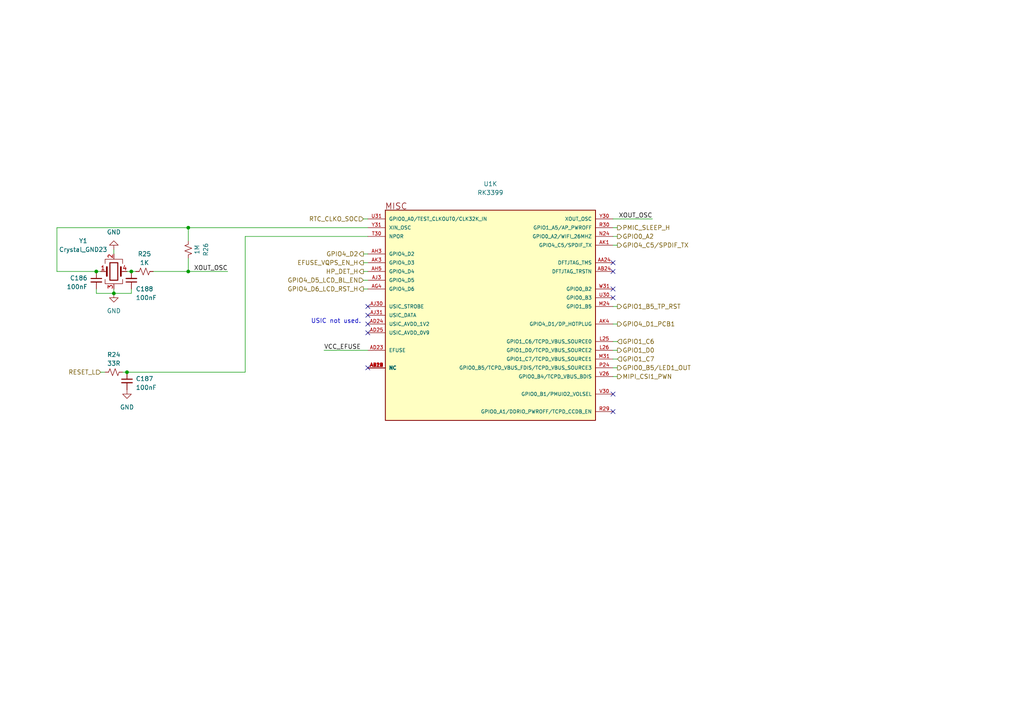
<source format=kicad_sch>
(kicad_sch (version 20231120) (generator "eeschema") (generator_version "8.0")
  (paper "A4")
  (title_block (title "PMU, MISC Controller of CPU") (date "2023-07-25") (rev "A"))
  (lib_symbols
    (symbol "Device:C_Small" (pin_numbers hide) (pin_names (offset 0.254) hide)
      (property "Reference" "C" (at 0.254 1.778 0))
      (property "Value" "C_Small" (at 0.254 -2.032 0))
      (symbol "C_Small_1_1"
        (pin passive line (at 0 2.54 270) (length 2.032) (name "~") (number "1"))
        (pin passive line (at 0 -2.54 90) (length 2.032) (name "~") (number "2"))
      )
    )
    (symbol "Device:Crystal_GND23" (pin_names (offset 1.016) hide)
      (property "Reference" "Y" (at 3.175 5.08 0))
      (property "Value" "Crystal_GND23" (at 3.175 3.175 0))
      (symbol "Crystal_GND23_1_1"
        (pin passive line (at -3.81 0 0) (length 1.27) (name "1") (number "1"))
        (pin passive line (at 0 5.08 270) (length 1.27) (name "2") (number "2"))
        (pin passive line (at 0 -5.08 90) (length 1.27) (name "3") (number "3"))
        (pin passive line (at 3.81 0 180) (length 1.27) (name "4") (number "4"))
      )
    )
    (symbol "Device:R_Small_US" (pin_numbers hide) (pin_names (offset 0.254) hide)
      (property "Reference" "R" (at 0.762 0.508 0))
      (property "Value" "R_Small_US" (at 0.762 -1.016 0))
      (symbol "R_Small_US_1_1"
        (pin passive line (at 0 2.54 270) (length 1.016) (name "~") (number "1"))
        (pin passive line (at 0 -2.54 90) (length 1.016) (name "~") (number "2"))
      )
    )
    (symbol "RK3399:RK3399" (pin_names (offset 1.016))
      (property "Reference" "U" (at -20.9845 122.432 0))
      (property "Value" "RK3399" (at -21.0083 -119.274 0))
      (symbol "RK3399_1_0"
        (text "Internal Logic Ground and Digital IO Groung" (at -20.4659 119.662 0) (effects (font (size 1.7823 1.7823)) (justify left bottom)))
        (pin power_in line (at -25.4 114.3 0) (length 5.08) (name "VSS_1") (number "A1"))
        (pin power_in line (at -25.4 111.76 0) (length 5.08) (name "VSS_2") (number "A27"))
        (pin power_in line (at -25.4 109.22 0) (length 5.08) (name "VSS_3") (number "A31"))
        (pin power_in line (at 25.4 -109.22 180) (length 5.08) (name "VSS_179") (number "AA10"))
        (pin power_in line (at 25.4 -104.14 180) (length 5.08) (name "VSS_177") (number "AA13"))
        (pin power_in line (at -25.4 106.68 0) (length 5.08) (name "VSS_4") (number "AA3"))
        (pin power_in line (at -25.4 104.14 0) (length 5.08) (name "VSS_5") (number "AA5"))
        (pin power_in line (at -25.4 101.6 0) (length 5.08) (name "VSS_6") (number "AA9"))
        (pin power_in line (at 25.4 -10.16 180) (length 5.08) (name "VSS_140") (number "AB19"))
        (pin power_in line (at -25.4 93.98 0) (length 5.08) (name "VSS_9") (number "AB9"))
        (pin power_in line (at 25.4 -22.86 180) (length 5.08) (name "VSS_145") (number "AC18"))
        (pin power_in line (at -25.4 83.82 0) (length 5.08) (name "VSS_13") (number "AC20"))
        (pin power_in line (at 25.4 10.16 180) (length 5.08) (name "VSS_132") (number "AC21"))
        (pin power_in line (at -25.4 86.36 0) (length 5.08) (name "VSS_12") (number "AC22"))
        (pin power_in line (at -25.4 76.2 0) (length 5.08) (name "VSS_16") (number "AC3"))
        (pin power_in line (at -25.4 68.58 0) (length 5.08) (name "VSS_19") (number "AD10"))
        (pin power_in line (at 25.4 -68.58 180) (length 5.08) (name "VSS_163") (number "AD21"))
        (pin power_in line (at -25.4 88.9 0) (length 5.08) (name "VSS_11") (number "AD22"))
        (pin power_in line (at -25.4 73.66 0) (length 5.08) (name "VSS_17") (number "AD3"))
        (pin power_in line (at -25.4 71.12 0) (length 5.08) (name "VSS_18") (number "AD5"))
        (pin power_in line (at -25.4 81.28 0) (length 5.08) (name "VSS_14") (number "AE23"))
        (pin power_in line (at -25.4 99.06 0) (length 5.08) (name "VSS_7") (number "AF18"))
        (pin power_in line (at -25.4 91.44 0) (length 5.08) (name "VSS_10") (number "AF20"))
        (pin power_in line (at -25.4 66.04 0) (length 5.08) (name "VSS_20") (number "AF9"))
        (pin power_in line (at -25.4 63.5 0) (length 5.08) (name "VSS_21") (number "AG2"))
        (pin power_in line (at 25.4 -111.76 180) (length 5.08) (name "VSS_180") (number "AJ20"))
        (pin power_in line (at 25.4 -91.44 180) (length 5.08) (name "VSS_172") (number "AJ21"))
        (pin power_in line (at 25.4 -93.98 180) (length 5.08) (name "VSS_173") (number "AJ23"))
        (pin power_in line (at 25.4 -96.52 180) (length 5.08) (name "VSS_174") (number "AJ24"))
        (pin power_in line (at 25.4 -99.06 180) (length 5.08) (name "VSS_175") (number "AJ26"))
        (pin power_in line (at 25.4 -101.6 180) (length 5.08) (name "VSS_176") (number "AJ27"))
        (pin power_in line (at 25.4 -88.9 180) (length 5.08) (name "VSS_171") (number "AJ28"))
        (pin power_in line (at -25.4 60.96 0) (length 5.08) (name "VSS_22") (number "AJ5"))
        (pin power_in line (at -25.4 58.42 0) (length 5.08) (name "VSS_23") (number "AL1"))
        (pin power_in line (at 25.4 -106.68 180) (length 5.08) (name "VSS_178") (number "AL31"))
        (pin power_in line (at -25.4 55.88 0) (length 5.08) (name "VSS_24") (number "B5"))
        (pin power_in line (at -25.4 48.26 0) (length 5.08) (name "VSS_27") (number "C11"))
        (pin power_in line (at -25.4 45.72 0) (length 5.08) (name "VSS_28") (number "C12"))
        (pin power_in line (at -25.4 43.18 0) (length 5.08) (name "VSS_29") (number "C14"))
        (pin power_in line (at -25.4 40.64 0) (length 5.08) (name "VSS_30") (number "C15"))
        (pin power_in line (at -25.4 38.1 0) (length 5.08) (name "VSS_31") (number "C17"))
        (pin power_in line (at -25.4 35.56 0) (length 5.08) (name "VSS_32") (number "C18"))
        (pin power_in line (at -25.4 33.02 0) (length 5.08) (name "VSS_33") (number "C20"))
        (pin power_in line (at -25.4 30.48 0) (length 5.08) (name "VSS_34") (number "C21"))
        (pin power_in line (at -25.4 27.94 0) (length 5.08) (name "VSS_35") (number "C23"))
        (pin power_in line (at -25.4 25.4 0) (length 5.08) (name "VSS_36") (number "C24"))
        (pin power_in line (at -25.4 22.86 0) (length 5.08) (name "VSS_37") (number "C26"))
        (pin power_in line (at -25.4 53.34 0) (length 5.08) (name "VSS_25") (number "C8"))
        (pin power_in line (at -25.4 50.8 0) (length 5.08) (name "VSS_26") (number "C9"))
        (pin power_in line (at -25.4 20.32 0) (length 5.08) (name "VSS_38") (number "D5"))
        (pin power_in line (at -25.4 10.16 0) (length 5.08) (name "VSS_42") (number "E12"))
        (pin power_in line (at -25.4 7.62 0) (length 5.08) (name "VSS_43") (number "E15"))
        (pin power_in line (at -25.4 5.08 0) (length 5.08) (name "VSS_44") (number "E18"))
        (pin power_in line (at -25.4 17.78 0) (length 5.08) (name "VSS_39") (number "E2"))
        (pin power_in line (at -25.4 2.54 0) (length 5.08) (name "VSS_45") (number "E21"))
        (pin power_in line (at -25.4 0 0) (length 5.08) (name "VSS_46") (number "E24"))
        (pin power_in line (at -25.4 -2.54 0) (length 5.08) (name "VSS_47") (number "E31"))
        (pin power_in line (at -25.4 15.24 0) (length 5.08) (name "VSS_40") (number "E4"))
        (pin power_in line (at -25.4 12.7 0) (length 5.08) (name "VSS_41") (number "E7"))
        (pin power_in line (at -25.4 -7.62 0) (length 5.08) (name "VSS_49") (number "F15"))
        (pin power_in line (at -25.4 -10.16 0) (length 5.08) (name "VSS_50") (number "F18"))
        (pin power_in line (at -25.4 -12.7 0) (length 5.08) (name "VSS_51") (number "F20"))
        (pin power_in line (at -25.4 -15.24 0) (length 5.08) (name "VSS_52") (number "F21"))
        (pin power_in line (at -25.4 -5.08 0) (length 5.08) (name "VSS_48") (number "F8"))
        (pin power_in line (at -25.4 -22.86 0) (length 5.08) (name "VSS_55") (number "G18"))
        (pin power_in line (at -25.4 -25.4 0) (length 5.08) (name "VSS_56") (number "G27"))
        (pin power_in line (at -25.4 -17.78 0) (length 5.08) (name "VSS_53") (number "G5"))
        (pin power_in line (at -25.4 -20.32 0) (length 5.08) (name "VSS_54") (number "G9"))
        (pin power_in line (at -25.4 -33.02 0) (length 5.08) (name "VSS_59") (number "H10"))
        (pin power_in line (at -25.4 -35.56 0) (length 5.08) (name "VSS_60") (number "H11"))
        (pin power_in line (at -25.4 -38.1 0) (length 5.08) (name "VSS_61") (number "H12"))
        (pin power_in line (at -25.4 -40.64 0) (length 5.08) (name "VSS_62") (number "H13"))
        (pin power_in line (at -25.4 -43.18 0) (length 5.08) (name "VSS_63") (number "H15"))
        (pin power_in line (at -25.4 -45.72 0) (length 5.08) (name "VSS_64") (number "H16"))
        (pin power_in line (at -25.4 -48.26 0) (length 5.08) (name "VSS_65") (number "H17"))
        (pin power_in line (at -25.4 -50.8 0) (length 5.08) (name "VSS_66") (number "H18"))
        (pin power_in line (at -25.4 -53.34 0) (length 5.08) (name "VSS_67") (number "H26"))
        (pin power_in line (at -25.4 -27.94 0) (length 5.08) (name "VSS_57") (number "H3"))
        (pin power_in line (at -25.4 -30.48 0) (length 5.08) (name "VSS_58") (number "H9"))
        (pin power_in line (at -25.4 -68.58 0) (length 5.08) (name "VSS_73") (number "J10"))
        (pin power_in line (at -25.4 -55.88 0) (length 5.08) (name "VSS_68") (number "J3"))
        (pin power_in line (at -25.4 -58.42 0) (length 5.08) (name "VSS_69") (number "J6"))
        (pin power_in line (at -25.4 -60.96 0) (length 5.08) (name "VSS_70") (number "J7"))
        (pin power_in line (at -25.4 -63.5 0) (length 5.08) (name "VSS_71") (number "J8"))
        (pin power_in line (at -25.4 -66.04 0) (length 5.08) (name "VSS_72") (number "J9"))
        (pin power_in line (at -25.4 -76.2 0) (length 5.08) (name "VSS_76") (number "K10"))
        (pin power_in line (at -25.4 -78.74 0) (length 5.08) (name "VSS_77") (number "K12"))
        (pin power_in line (at -25.4 -81.28 0) (length 5.08) (name "VSS_78") (number "K14"))
        (pin power_in line (at -25.4 -83.82 0) (length 5.08) (name "VSS_79") (number "K16"))
        (pin power_in line (at -25.4 -86.36 0) (length 5.08) (name "VSS_80") (number "K18"))
        (pin power_in line (at -25.4 -91.44 0) (length 5.08) (name "VSS_82") (number "K20"))
        (pin power_in line (at -25.4 -96.52 0) (length 5.08) (name "VSS_84") (number "K22"))
        (pin power_in line (at -25.4 -71.12 0) (length 5.08) (name "VSS_74") (number "K8"))
        (pin power_in line (at -25.4 -73.66 0) (length 5.08) (name "VSS_75") (number "K9"))
        (pin power_in line (at -25.4 -106.68 0) (length 5.08) (name "VSS_88") (number "L11"))
        (pin power_in line (at -25.4 -109.22 0) (length 5.08) (name "VSS_89") (number "L12"))
        (pin power_in line (at -25.4 -111.76 0) (length 5.08) (name "VSS_90") (number "L13"))
        (pin power_in line (at 25.4 114.3 180) (length 5.08) (name "VSS_91") (number "L14"))
        (pin power_in line (at 25.4 111.76 180) (length 5.08) (name "VSS_92") (number "L15"))
        (pin power_in line (at 25.4 109.22 180) (length 5.08) (name "VSS_93") (number "L16"))
        (pin power_in line (at 25.4 101.6 180) (length 5.08) (name "VSS_96") (number "L20"))
        (pin power_in line (at 25.4 99.06 180) (length 5.08) (name "VSS_97") (number "L22"))
        (pin power_in line (at 25.4 93.98 180) (length 5.08) (name "VSS_99") (number "L27"))
        (pin power_in line (at -25.4 -99.06 0) (length 5.08) (name "VSS_85") (number "L3"))
        (pin power_in line (at -25.4 -101.6 0) (length 5.08) (name "VSS_86") (number "L6"))
        (pin power_in line (at -25.4 -104.14 0) (length 5.08) (name "VSS_87") (number "L8"))
        (pin power_in line (at 25.4 86.36 180) (length 5.08) (name "VSS_102") (number "M10"))
        (pin power_in line (at 25.4 83.82 180) (length 5.08) (name "VSS_103") (number "M16"))
        (pin power_in line (at 25.4 81.28 180) (length 5.08) (name "VSS_104") (number "M23"))
        (pin power_in line (at 25.4 91.44 180) (length 5.08) (name "VSS_100") (number "M3"))
        (pin power_in line (at 25.4 88.9 180) (length 5.08) (name "VSS_101") (number "M8"))
        (pin power_in line (at 25.4 71.12 180) (length 5.08) (name "VSS_108") (number "N13"))
        (pin power_in line (at 25.4 68.58 180) (length 5.08) (name "VSS_109") (number "N14"))
        (pin power_in line (at 25.4 66.04 180) (length 5.08) (name "VSS_110") (number "N15"))
        (pin power_in line (at 25.4 63.5 180) (length 5.08) (name "VSS_111") (number "N16"))
        (pin power_in line (at 25.4 106.68 180) (length 5.08) (name "VSS_94") (number "N17"))
        (pin power_in line (at -25.4 -93.98 0) (length 5.08) (name "VSS_83") (number "N19"))
        (pin power_in line (at 25.4 96.52 180) (length 5.08) (name "VSS_98") (number "N21"))
        (pin power_in line (at 25.4 78.74 180) (length 5.08) (name "VSS_105") (number "N8"))
        (pin power_in line (at 25.4 50.8 180) (length 5.08) (name "VSS_116") (number "P10"))
        (pin power_in line (at 25.4 76.2 180) (length 5.08) (name "VSS_106") (number "P11"))
        (pin power_in line (at 25.4 73.66 180) (length 5.08) (name "VSS_107") (number "P12"))
        (pin power_in line (at 25.4 48.26 180) (length 5.08) (name "VSS_117") (number "P16"))
        (pin power_in line (at 25.4 43.18 180) (length 5.08) (name "VSS_119") (number "P19"))
        (pin power_in line (at 25.4 38.1 180) (length 5.08) (name "VSS_121") (number "P21"))
        (pin power_in line (at 25.4 60.96 180) (length 5.08) (name "VSS_112") (number "P3"))
        (pin power_in line (at 25.4 58.42 180) (length 5.08) (name "VSS_113") (number "P6"))
        (pin power_in line (at 25.4 55.88 180) (length 5.08) (name "VSS_114") (number "P7"))
        (pin power_in line (at 25.4 53.34 180) (length 5.08) (name "VSS_115") (number "P8"))
        (pin power_in line (at 25.4 17.78 180) (length 5.08) (name "VSS_129") (number "R14"))
        (pin power_in line (at 25.4 15.24 180) (length 5.08) (name "VSS_130") (number "R15"))
        (pin power_in line (at 25.4 12.7 180) (length 5.08) (name "VSS_131") (number "R16"))
        (pin power_in line (at 25.4 -73.66 180) (length 5.08) (name "VSS_165") (number "R18"))
        (pin power_in line (at 25.4 40.64 180) (length 5.08) (name "VSS_120") (number "R21"))
        (pin power_in line (at 25.4 7.62 180) (length 5.08) (name "VSS_133") (number "R23"))
        (pin power_in line (at 25.4 33.02 180) (length 5.08) (name "VSS_123") (number "R3"))
        (pin power_in line (at 25.4 30.48 180) (length 5.08) (name "VSS_124") (number "R5"))
        (pin power_in line (at 25.4 27.94 180) (length 5.08) (name "VSS_125") (number "R6"))
        (pin power_in line (at 25.4 2.54 180) (length 5.08) (name "VSS_135") (number "T10"))
        (pin power_in line (at 25.4 -5.08 180) (length 5.08) (name "VSS_138") (number "T16"))
        (pin power_in line (at 25.4 -81.28 180) (length 5.08) (name "VSS_168") (number "T18"))
        (pin power_in line (at 25.4 35.56 180) (length 5.08) (name "VSS_122") (number "T19"))
        (pin power_in line (at 25.4 -7.62 180) (length 5.08) (name "VSS_139") (number "T21"))
        (pin power_in line (at 25.4 5.08 180) (length 5.08) (name "VSS_134") (number "T8"))
        (pin power_in line (at 25.4 25.4 180) (length 5.08) (name "VSS_126") (number "U11"))
        (pin power_in line (at 25.4 22.86 180) (length 5.08) (name "VSS_127") (number "U12"))
        (pin power_in line (at 25.4 -2.54 180) (length 5.08) (name "VSS_137") (number "U14"))
        (pin power_in line (at 25.4 -17.78 180) (length 5.08) (name "VSS_143") (number "U15"))
        (pin power_in line (at 25.4 -20.32 180) (length 5.08) (name "VSS_144") (number "U16"))
        (pin power_in line (at 25.4 -25.4 180) (length 5.08) (name "VSS_146") (number "U19"))
        (pin power_in line (at 25.4 -27.94 180) (length 5.08) (name "VSS_147") (number "U21"))
        (pin power_in line (at 25.4 -33.02 180) (length 5.08) (name "VSS_149") (number "U22"))
        (pin power_in line (at 25.4 -35.56 180) (length 5.08) (name "VSS_150") (number "U29"))
        (pin power_in line (at 25.4 -12.7 180) (length 5.08) (name "VSS_141") (number "U3"))
        (pin power_in line (at 25.4 -15.24 180) (length 5.08) (name "VSS_142") (number "U8"))
        (pin power_in line (at 25.4 -45.72 180) (length 5.08) (name "VSS_154") (number "V10"))
        (pin power_in line (at 25.4 -30.48 180) (length 5.08) (name "VSS_148") (number "V17"))
        (pin power_in line (at 25.4 -38.1 180) (length 5.08) (name "VSS_151") (number "V3"))
        (pin power_in line (at 25.4 -40.64 180) (length 5.08) (name "VSS_152") (number "V5"))
        (pin power_in line (at 25.4 -43.18 180) (length 5.08) (name "VSS_153") (number "V8"))
        (pin power_in line (at 25.4 20.32 180) (length 5.08) (name "VSS_128") (number "W13"))
        (pin power_in line (at 25.4 -58.42 180) (length 5.08) (name "VSS_159") (number "W17"))
        (pin power_in line (at 25.4 -83.82 180) (length 5.08) (name "VSS_169") (number "W18"))
        (pin power_in line (at 25.4 -78.74 180) (length 5.08) (name "VSS_167") (number "W19"))
        (pin power_in line (at -25.4 -88.9 0) (length 5.08) (name "VSS_81") (number "W21"))
        (pin power_in line (at 25.4 -55.88 180) (length 5.08) (name "VSS_158") (number "W22"))
        (pin power_in line (at 25.4 -60.96 180) (length 5.08) (name "VSS_160") (number "W30"))
        (pin power_in line (at 25.4 -63.5 180) (length 5.08) (name "VSS_161") (number "W8"))
        (pin power_in line (at 25.4 -66.04 180) (length 5.08) (name "VSS_162") (number "W9"))
        (pin power_in line (at -25.4 78.74 0) (length 5.08) (name "VSS_15") (number "Y10"))
        (pin power_in line (at 25.4 -48.26 180) (length 5.08) (name "VSS_155") (number "Y11"))
        (pin power_in line (at 25.4 0 180) (length 5.08) (name "VSS_136") (number "Y12"))
        (pin power_in line (at 25.4 -71.12 180) (length 5.08) (name "VSS_164") (number "Y13"))
        (pin power_in line (at 25.4 -50.8 180) (length 5.08) (name "VSS_156") (number "Y14"))
        (pin power_in line (at 25.4 -53.34 180) (length 5.08) (name "VSS_157") (number "Y15"))
        (pin power_in line (at 25.4 45.72 180) (length 5.08) (name "VSS_118") (number "Y16"))
        (pin power_in line (at 25.4 104.14 180) (length 5.08) (name "VSS_95") (number "Y17"))
        (pin power_in line (at 25.4 -86.36 180) (length 5.08) (name "VSS_170") (number "Y20"))
        (pin power_in line (at -25.4 96.52 0) (length 5.08) (name "VSS_8") (number "Y3"))
        (pin power_in line (at 25.4 -76.2 180) (length 5.08) (name "VSS_166") (number "Y9"))
      )
      (symbol "RK3399_2_0"
        (text "Analog Groung" (at -15.3236 48.4013 0) (effects (font (size 1.784 1.784)) (justify left bottom)))
        (pin power_in line (at -20.32 12.7 0) (length 5.08) (name "AVSS_13") (number "AA11"))
        (pin power_in line (at -20.32 2.54 0) (length 5.08) (name "AVSS_17") (number "AA12"))
        (pin power_in line (at -20.32 -20.32 0) (length 5.08) (name "AVSS_26") (number "AA14"))
        (pin power_in line (at 17.78 0 180) (length 5.08) (name "AVSS_53") (number "AA15"))
        (pin power_in line (at -20.32 35.56 0) (length 5.08) (name "AVSS_4") (number "AA23"))
        (pin power_in line (at -20.32 30.48 0) (length 5.08) (name "AVSS_6") (number "AA26"))
        (pin power_in line (at -20.32 27.94 0) (length 5.08) (name "AVSS_7") (number "AA29"))
        (pin power_in line (at -20.32 15.24 0) (length 5.08) (name "AVSS_12") (number "AB10"))
        (pin power_in line (at -20.32 25.4 0) (length 5.08) (name "AVSS_8") (number "AB11"))
        (pin power_in line (at -20.32 22.86 0) (length 5.08) (name "AVSS_9") (number "AB13"))
        (pin power_in line (at 17.78 27.94 180) (length 5.08) (name "AVSS_42") (number "AB15"))
        (pin power_in line (at 17.78 30.48 180) (length 5.08) (name "AVSS_41") (number "AB16"))
        (pin power_in line (at 17.78 2.54 180) (length 5.08) (name "AVSS_52") (number "AB17"))
        (pin power_in line (at -20.32 33.02 0) (length 5.08) (name "AVSS_5") (number "AB23"))
        (pin power_in line (at 17.78 22.86 180) (length 5.08) (name "AVSS_44") (number "AC11"))
        (pin power_in line (at 17.78 20.32 180) (length 5.08) (name "AVSS_45") (number "AC13"))
        (pin power_in line (at -20.32 20.32 0) (length 5.08) (name "AVSS_10") (number "AC15"))
        (pin power_in line (at -20.32 0 0) (length 5.08) (name "AVSS_18") (number "AC16"))
        (pin power_in line (at 17.78 25.4 180) (length 5.08) (name "AVSS_43") (number "AC17"))
        (pin power_in line (at -20.32 -2.54 0) (length 5.08) (name "AVSS_19") (number "AC23"))
        (pin power_in line (at 17.78 5.08 180) (length 5.08) (name "AVSS_51") (number "AC25"))
        (pin power_in line (at -20.32 10.16 0) (length 5.08) (name "AVSS_14") (number "AC26"))
        (pin power_in line (at -20.32 7.62 0) (length 5.08) (name "AVSS_15") (number "AC29"))
        (pin power_in line (at -20.32 17.78 0) (length 5.08) (name "AVSS_11") (number "AD13"))
        (pin power_in line (at -20.32 5.08 0) (length 5.08) (name "AVSS_16") (number "AD17"))
        (pin power_in line (at 17.78 33.02 180) (length 5.08) (name "AVSS_40") (number "AD26"))
        (pin power_in line (at -20.32 -5.08 0) (length 5.08) (name "AVSS_20") (number "AD29"))
        (pin power_in line (at -20.32 -7.62 0) (length 5.08) (name "AVSS_21") (number "AE11"))
        (pin power_in line (at -20.32 -10.16 0) (length 5.08) (name "AVSS_22") (number "AE12"))
        (pin power_in line (at -20.32 -12.7 0) (length 5.08) (name "AVSS_23") (number "AE14"))
        (pin power_in line (at -20.32 -15.24 0) (length 5.08) (name "AVSS_24") (number "AE17"))
        (pin power_in line (at -20.32 -17.78 0) (length 5.08) (name "AVSS_25") (number "AE27"))
        (pin power_in line (at -20.32 -22.86 0) (length 5.08) (name "AVSS_27") (number "AF17"))
        (pin power_in line (at -20.32 40.64 0) (length 5.08) (name "AVSS_2") (number "AF23"))
        (pin power_in line (at -20.32 38.1 0) (length 5.08) (name "AVSS_3") (number "AF24"))
        (pin power_in line (at -20.32 -25.4 0) (length 5.08) (name "AVSS_28") (number "AF29"))
        (pin power_in line (at -20.32 -27.94 0) (length 5.08) (name "AVSS_29") (number "AG29"))
        (pin power_in line (at -20.32 -30.48 0) (length 5.08) (name "AVSS_30") (number "AH29"))
        (pin power_in line (at -20.32 -40.64 0) (length 5.08) (name "AVSS_34") (number "AJ11"))
        (pin power_in line (at -20.32 -43.18 0) (length 5.08) (name "AVSS_35") (number "AJ12"))
        (pin power_in line (at 17.78 43.18 180) (length 5.08) (name "AVSS_36") (number "AJ14"))
        (pin power_in line (at 17.78 40.64 180) (length 5.08) (name "AVSS_37") (number "AJ15"))
        (pin power_in line (at 17.78 38.1 180) (length 5.08) (name "AVSS_38") (number "AJ17"))
        (pin power_in line (at 17.78 35.56 180) (length 5.08) (name "AVSS_39") (number "AJ18"))
        (pin power_in line (at 17.78 15.24 180) (length 5.08) (name "AVSS_47") (number "AJ29"))
        (pin power_in line (at -20.32 -33.02 0) (length 5.08) (name "AVSS_31") (number "AJ6"))
        (pin power_in line (at -20.32 -35.56 0) (length 5.08) (name "AVSS_32") (number "AJ8"))
        (pin power_in line (at -20.32 -38.1 0) (length 5.08) (name "AVSS_33") (number "AJ9"))
        (pin power_in line (at 17.78 -7.62 180) (length 5.08) (name "EDP_AVSS_1") (number "B31"))
        (pin power_in line (at 17.78 -10.16 180) (length 5.08) (name "EDP_AVSS_2") (number "C28"))
        (pin power_in line (at 17.78 -12.7 180) (length 5.08) (name "EDP_AVSS_3") (number "C29"))
        (pin power_in line (at 17.78 -15.24 180) (length 5.08) (name "EDP_AVSS_4") (number "D29"))
        (pin power_in line (at 17.78 -17.78 180) (length 5.08) (name "EDP_AVSS_5") (number "H19"))
        (pin power_in line (at 17.78 -20.32 180) (length 5.08) (name "EDP_AVSS_6") (number "J21"))
        (pin power_in line (at 17.78 -30.48 180) (length 5.08) (name "PLL_AVSS") (number "P17"))
        (pin power_in line (at 17.78 10.16 180) (length 5.08) (name "AVSS_49") (number "U23"))
        (pin power_in line (at 17.78 7.62 180) (length 5.08) (name "AVSS_50") (number "V23"))
        (pin power_in line (at 17.78 17.78 180) (length 5.08) (name "AVSS_46") (number "W23"))
        (pin power_in line (at -20.32 43.18 0) (length 5.08) (name "AVSS_1") (number "Y23"))
        (pin power_in line (at 17.78 12.7 180) (length 5.08) (name "AVSS_48") (number "Y29"))
      )
      (symbol "RK3399_3_0"
        (text "Internal Center Logic Power" (at -28.0022 15.2819 0) (effects (font (size 1.7808 1.7808)) (justify left bottom)))
        (pin power_in line (at -33.02 10.16 0) (length 5.08) (name "CENTERLOGIC_VDD_1") (number "M11"))
        (pin power_in line (at -33.02 5.08 0) (length 5.08) (name "CENTERLOGIC_VDD_2") (number "M12"))
        (pin power_in line (at -33.02 0 0) (length 5.08) (name "CENTERLOGIC_VDD_3") (number "M13"))
        (pin power_in line (at -33.02 -5.08 0) (length 5.08) (name "CENTERLOGIC_VDD_4") (number "M14"))
        (pin power_in line (at -33.02 -10.16 0) (length 5.08) (name "CENTERLOGIC_VDD_5") (number "M15"))
        (pin power_in line (at 33.02 10.16 180) (length 5.08) (name "CENTERLOGIC_VDD_6") (number "N11"))
        (pin power_in line (at 33.02 5.08 180) (length 5.08) (name "CENTERLOGIC_VDD_7") (number "N12"))
        (pin power_in line (at 33.02 0 180) (length 5.08) (name "CENTERLOGIC_VDD_8") (number "P13"))
        (pin power_in line (at 33.02 -5.08 180) (length 5.08) (name "CENTERLOGIC_VDD_9") (number "P14"))
        (pin power_in line (at 33.02 -10.16 180) (length 5.08) (name "CENTERLOGIC_VDD_10") (number "P15"))
      )
      (symbol "RK3399_4_0"
        (text "Internal GPU Power" (at -17.8724 28.0417 0) (effects (font (size 1.7843 1.7843)) (justify left bottom)))
        (pin power_in line (at -22.86 -10.16 0) (length 5.08) (name "GPU_VDD_8") (number "R11"))
        (pin power_in line (at -22.86 -15.24 0) (length 5.08) (name "GPU_VDD_9") (number "R12"))
        (pin power_in line (at 22.86 15.24 180) (length 5.08) (name "GPU_VDD_13") (number "R13"))
        (pin power_in line (at -22.86 -20.32 0) (length 5.08) (name "GPU_VDD_10") (number "T11"))
        (pin power_in line (at 22.86 25.4 180) (length 5.08) (name "GPU_VDD_11") (number "T12"))
        (pin power_in line (at 22.86 20.32 180) (length 5.08) (name "GPU_VDD_12") (number "T13"))
        (pin power_in line (at 22.86 10.16 180) (length 5.08) (name "GPU_VDD_14") (number "T14"))
        (pin power_in line (at -22.86 -25.4 0) (length 5.08) (name "GPU_VDD_COM") (number "T15"))
        (pin power_in line (at -22.86 -5.08 0) (length 5.08) (name "GPU_VDD_7") (number "U13"))
        (pin power_in line (at 22.86 5.08 180) (length 5.08) (name "GPU_VDD_15") (number "V11"))
        (pin power_in line (at 22.86 0 180) (length 5.08) (name "GPU_VDD_16") (number "V12"))
        (pin power_in line (at -22.86 0 0) (length 5.08) (name "GPU_VDD_6") (number "V13"))
        (pin power_in line (at -22.86 5.08 0) (length 5.08) (name "GPU_VDD_5") (number "V14"))
        (pin power_in line (at -22.86 10.16 0) (length 5.08) (name "GPU_VDD_4") (number "V15"))
        (pin power_in line (at 22.86 -5.08 180) (length 5.08) (name "GPU_VDD_17") (number "V16"))
        (pin power_in line (at 22.86 -20.32 180) (length 5.08) (name "GPU_VDD_20") (number "W10"))
        (pin power_in line (at -22.86 25.4 0) (length 5.08) (name "GPU_VDD_1") (number "W11"))
        (pin power_in line (at -22.86 20.32 0) (length 5.08) (name "GPU_VDD_2") (number "W12"))
        (pin power_in line (at -22.86 15.24 0) (length 5.08) (name "GPU_VDD_3") (number "W14"))
        (pin power_in line (at 22.86 -15.24 180) (length 5.08) (name "GPU_VDD_19") (number "W15"))
        (pin power_in line (at 22.86 -10.16 180) (length 5.08) (name "GPU_VDD_18") (number "W16"))
      )
      (symbol "RK3399_5_0"
        (text "Internal BIG CPU A72 Power" (at -20.4112 17.8514 0) (effects (font (size 1.7837 1.7837)) (justify left bottom)))
        (pin power_in line (at 25.4 -5.08 180) (length 5.08) (name "BIGCPU_VDD_12") (number "K19"))
        (pin power_in line (at 25.4 -10.16 180) (length 5.08) (name "BIGCPU_VDD_13") (number "K21"))
        (pin power_in line (at 25.4 15.24 180) (length 5.08) (name "BIGCPU_VDD_8") (number "L18"))
        (pin power_in line (at -25.4 15.24 0) (length 5.08) (name "BIGCPU_VDD_1") (number "L19"))
        (pin power_in line (at -25.4 10.16 0) (length 5.08) (name "BIGCPU_VDD_2") (number "L21"))
        (pin power_in line (at 25.4 0 180) (length 5.08) (name "BIGCPU_VDD_11") (number "L23"))
        (pin power_in line (at -25.4 5.08 0) (length 5.08) (name "BIGCPU_VDD_3") (number "M18"))
        (pin power_in line (at -25.4 0 0) (length 5.08) (name "BIGCPU_VDD_4") (number "M19"))
        (pin power_in line (at -25.4 -5.08 0) (length 5.08) (name "BIGCPU_VDD_5") (number "M20"))
        (pin power_in line (at -25.4 -10.16 0) (length 5.08) (name "BIGCPU_VDD_6") (number "M21"))
        (pin power_in line (at -25.4 -15.24 0) (length 5.08) (name "BIGCPU_VDD_7") (number "M22"))
        (pin power_in line (at 25.4 -17.78 180) (length 5.08) (name "BIGCPU_VDD_COM") (number "N18"))
        (pin power_in line (at 25.4 5.08 180) (length 5.08) (name "BIGCPU_VDD_10") (number "N20"))
        (pin power_in line (at 25.4 10.16 180) (length 5.08) (name "BIGCPU_VDD_9") (number "N22"))
      )
      (symbol "RK3399_6_0"
        (text "Internal Logic Power" (at -20.413 10.2168 0) (effects (font (size 1.7838 1.7838)) (justify left bottom)))
        (pin power_in line (at 25.4 2.54 180) (length 5.08) (name "LOGIC_VDD_10") (number "L17"))
        (pin power_in line (at 25.4 5.08 180) (length 5.08) (name "LOGIC_VDD_9") (number "M17"))
        (pin power_in line (at 25.4 0 180) (length 5.08) (name "LOGIC_VDD_11") (number "T17"))
        (pin power_in line (at 25.4 7.62 180) (length 5.08) (name "LOGIC_VDD_8") (number "U17"))
        (pin power_in line (at -25.4 -7.62 0) (length 5.08) (name "LOGIC_VDD_7") (number "U18"))
        (pin power_in line (at 25.4 -2.54 180) (length 5.08) (name "LOGIC_VDD_12") (number "U20"))
        (pin power_in line (at -25.4 -2.54 0) (length 5.08) (name "LOGIC_VDD_5") (number "V18"))
        (pin power_in line (at -25.4 0 0) (length 5.08) (name "LOGIC_VDD_4") (number "V19"))
        (pin power_in line (at -25.4 2.54 0) (length 5.08) (name "LOGIC_VDD_3") (number "V20"))
        (pin power_in line (at -25.4 5.08 0) (length 5.08) (name "LOGIC_VDD_2") (number "V21"))
        (pin power_in line (at -25.4 7.62 0) (length 5.08) (name "LOGIC_VDD_1") (number "V22"))
        (pin power_in line (at -25.4 -5.08 0) (length 5.08) (name "LOGIC_VDD_6") (number "W20"))
      )
      (symbol "RK3399_7_0"
        (text "Internal LITTLE CPU A53 Power" (at -20.4095 10.2151 0) (effects (font (size 1.7835 1.7835)) (justify left bottom)))
        (pin power_in line (at -25.4 7.62 0) (length 5.08) (name "LITCPU_VDD_1") (number "P20"))
        (pin power_in line (at -25.4 -7.62 0) (length 5.08) (name "LITCPU_VDD_4") (number "P22"))
        (pin power_in line (at -25.4 2.54 0) (length 5.08) (name "LITCPU_VDD_2") (number "R19"))
        (pin power_in line (at -25.4 -2.54 0) (length 5.08) (name "LITCPU_VDD_3") (number "R20"))
        (pin power_in line (at 25.4 -2.54 180) (length 5.08) (name "LITCPU_VDD_7") (number "R22"))
        (pin power_in line (at 25.4 2.54 180) (length 5.08) (name "LITCPU_VDD_6") (number "T20"))
        (pin power_in line (at 25.4 7.62 180) (length 5.08) (name "LITCPU_VDD_5") (number "T22"))
      )
      (symbol "RK3399_8_0"
        (text "PCIe differential data I/O signals" (at -20.4082 22.9382 0) (effects (font (size 1.7834 1.7834)) (justify left bottom)))
        (pin output line (at 25.4 -2.54 180) (length 5.08) (name "PCIE_TX2_P") (number "AA27"))
        (pin output line (at 25.4 -5.08 180) (length 5.08) (name "PCIE_TX2_N") (number "AA28"))
        (pin input line (at -25.4 5.08 0) (length 5.08) (name "PCIE_RX2_P") (number "AC27"))
        (pin input line (at -25.4 2.54 0) (length 5.08) (name "PCIE_RX2_N") (number "AC28"))
        (pin output line (at 25.4 -10.16 180) (length 5.08) (name "PCIE_TX3_P") (number "AD27"))
        (pin output line (at 25.4 -12.7 180) (length 5.08) (name "PCIE_TX3_N") (number "AD28"))
        (pin output line (at 25.4 -17.78 180) (length 5.08) (name "PCIE_RCLK_100M_N") (number "AD30"))
        (pin output line (at 25.4 -20.32 180) (length 5.08) (name "PCIE_RCLK_100M_P") (number "AD31"))
        (pin output line (at 25.4 12.7 180) (length 5.08) (name "PCIE_TX0_P") (number "AE30"))
        (pin output line (at 25.4 10.16 180) (length 5.08) (name "PCIE_TX0_N") (number "AE31"))
        (pin input clock (at -25.4 -10.16 0) (length 5.08) (name "GPIO4_D0/PCIE_CLKREQNB") (number "AE6"))
        (pin input line (at -25.4 -2.54 0) (length 5.08) (name "PCIE_RX3_P") (number "AF27"))
        (pin input line (at -25.4 -5.08 0) (length 5.08) (name "PCIE_RX3_N") (number "AF28"))
        (pin input line (at -25.4 20.32 0) (length 5.08) (name "PCIE_RX0_P") (number "AF30"))
        (pin input line (at -25.4 17.78 0) (length 5.08) (name "PCIE_RX0_N") (number "AF31"))
        (pin output line (at 25.4 5.08 180) (length 5.08) (name "PCIE_TX1_P") (number "AG30"))
        (pin output line (at 25.4 2.54 180) (length 5.08) (name "PCIE_TX1_N") (number "AG31"))
        (pin input line (at -25.4 12.7 0) (length 5.08) (name "PCIE_RX1_P") (number "AH30"))
        (pin input line (at -25.4 10.16 0) (length 5.08) (name "PCIE_RX1_N") (number "AH31"))
        (pin power_in line (at 25.4 20.32 180) (length 5.08) (name "PCIE_AVDD_0V9") (number "W24"))
        (pin power_in line (at 25.4 17.78 180) (length 5.08) (name "PCIE_AVDD_1V8") (number "Y24"))
      )
      (symbol "RK3399_9_0"
        (text "DDRC0" (at -20.4006 73.8062 0) (effects (font (size 1.7827 1.7827)) (justify left bottom)))
        (pin bidirectional line (at -25.4 63.5 0) (length 5.08) (name "DDR0_DQ3") (number "AA1"))
        (pin bidirectional line (at -25.4 66.04 0) (length 5.08) (name "DDR0_DQ2") (number "AA2"))
        (pin bidirectional line (at -25.4 -17.78 0) (length 5.08) (name "DDR0_DQS0N") (number "AA4"))
        (pin bidirectional line (at -25.4 68.58 0) (length 5.08) (name "DDR0_DQ1") (number "AB1"))
        (pin bidirectional line (at -25.4 71.12 0) (length 5.08) (name "DDR0_DQ0") (number "AB2"))
        (pin bidirectional line (at -25.4 35.56 0) (length 5.08) (name "DDR0_DQ14") (number "AC1"))
        (pin bidirectional line (at -25.4 33.02 0) (length 5.08) (name "DDR0_DQ15") (number "AC2"))
        (pin bidirectional line (at -25.4 -20.32 0) (length 5.08) (name "DDR0_DQS1P") (number "AC4"))
        (pin output line (at 25.4 43.18 180) (length 5.08) (name "DDR0_DM1") (number "AC5"))
        (pin bidirectional line (at -25.4 38.1 0) (length 5.08) (name "DDR0_DQ13") (number "AD1"))
        (pin bidirectional line (at -25.4 43.18 0) (length 5.08) (name "DDR0_DQ11") (number "AD2"))
        (pin bidirectional line (at -25.4 -22.86 0) (length 5.08) (name "DDR0_DQS1N") (number "AD4"))
        (pin bidirectional line (at -25.4 40.64 0) (length 5.08) (name "DDR0_DQ12") (number "AE1"))
        (pin bidirectional line (at -25.4 48.26 0) (length 5.08) (name "DDR0_DQ9") (number "AE2"))
        (pin bidirectional line (at -25.4 45.72 0) (length 5.08) (name "DDR0_DQ10") (number "AF1"))
        (pin bidirectional line (at -25.4 50.8 0) (length 5.08) (name "DDR0_DQ8") (number "AF2"))
        (pin output line (at 25.4 30.48 180) (length 5.08) (name "DDR0_CSN1") (number "B1"))
        (pin output line (at 25.4 -7.62 180) (length 5.08) (name "DDR0_A12") (number "C1"))
        (pin output line (at 25.4 25.4 180) (length 5.08) (name "DDR0_CSN3") (number "C2"))
        (pin output line (at 25.4 -27.94 180) (length 5.08) (name "DDR0_BA0") (number "C3"))
        (pin output line (at 25.4 -2.54 180) (length 5.08) (name "DDR0_A10") (number "D1"))
        (pin output line (at 25.4 -10.16 180) (length 5.08) (name "DDR0_A13") (number "D2"))
        (pin output line (at 25.4 -12.7 180) (length 5.08) (name "DDR0_A14") (number "D3"))
        (pin output line (at 25.4 -60.96 180) (length 5.08) (name "DDR0_CKE0") (number "E1"))
        (pin output line (at 25.4 -5.08 180) (length 5.08) (name "DDR0_A11") (number "E3"))
        (pin output line (at 25.4 20.32 180) (length 5.08) (name "DDR0_A1") (number "F1"))
        (pin output line (at 25.4 22.86 180) (length 5.08) (name "DDR0_A0") (number "F2"))
        (pin output line (at 25.4 53.34 180) (length 5.08) (name "DDR0_RASN") (number "F3"))
        (pin output line (at 25.4 -30.48 180) (length 5.08) (name "DDR0_BA1") (number "F4"))
        (pin output line (at 25.4 -63.5 180) (length 5.08) (name "DDR0_CKE1") (number "F5"))
        (pin output line (at 25.4 17.78 180) (length 5.08) (name "DDR0_A2") (number "G1"))
        (pin output line (at 25.4 15.24 180) (length 5.08) (name "DDR0_A3") (number "G2"))
        (pin output line (at 25.4 -53.34 180) (length 5.08) (name "DDR0_WEN") (number "G6"))
        (pin output line (at 25.4 10.16 180) (length 5.08) (name "DDR0_A5") (number "H1"))
        (pin output line (at 25.4 12.7 180) (length 5.08) (name "DDR0_A4") (number "H2"))
        (pin output line (at 25.4 71.12 180) (length 5.08) (name "DDR0_CLK0P") (number "H4"))
        (pin output line (at 25.4 68.58 180) (length 5.08) (name "DDR0_CLK1P") (number "H5"))
        (pin output line (at 25.4 50.8 180) (length 5.08) (name "DDR0_CASN") (number "H6"))
        (pin output line (at 25.4 -15.24 180) (length 5.08) (name "DDR0_A15") (number "H7"))
        (pin output line (at 25.4 7.62 180) (length 5.08) (name "DDR0_A6") (number "J1"))
        (pin output line (at 25.4 5.08 180) (length 5.08) (name "DDR0_A7") (number "J2"))
        (pin output line (at 25.4 66.04 180) (length 5.08) (name "DDR0_CLK0N") (number "J4"))
        (pin output line (at 25.4 63.5 180) (length 5.08) (name "DDR0_CLK1N") (number "J5"))
        (pin output line (at 25.4 0 180) (length 5.08) (name "DDR0_A9") (number "K1"))
        (pin output line (at 25.4 2.54 180) (length 5.08) (name "DDR0_A8") (number "K2"))
        (pin bidirectional line (at -25.4 -2.54 0) (length 5.08) (name "DDR0_DQ29") (number "L1"))
        (pin power_in line (at -25.4 -66.04 0) (length 5.08) (name "DDR0_VDD_2") (number "L10"))
        (pin bidirectional line (at -25.4 -7.62 0) (length 5.08) (name "DDR0_DQ31") (number "L2"))
        (pin output line (at 25.4 -38.1 180) (length 5.08) (name "DDR0_ODT0") (number "L4"))
        (pin output line (at 25.4 -40.64 180) (length 5.08) (name "DDR0_ODT1") (number "L5"))
        (pin output line (at 25.4 58.42 180) (length 5.08) (name "DDR0_RESETN") (number "L7"))
        (pin power_in line (at -25.4 -63.5 0) (length 5.08) (name "DDR0_VDD_1") (number "L9"))
        (pin bidirectional line (at -25.4 2.54 0) (length 5.08) (name "DDR0_DQ27") (number "M1"))
        (pin bidirectional line (at -25.4 -5.08 0) (length 5.08) (name "DDR0_DQ30") (number "M2"))
        (pin output line (at 25.4 -33.02 180) (length 5.08) (name "DDR0_BA2") (number "M4"))
        (pin output line (at 25.4 27.94 180) (length 5.08) (name "DDR0_CSN2") (number "M5"))
        (pin output line (at 25.4 33.02 180) (length 5.08) (name "DDR0_CSN0") (number "M6"))
        (pin power_in line (at -25.4 -60.96 0) (length 5.08) (name "DDR0_CLK_VDD") (number "M7"))
        (pin power_in line (at -25.4 -68.58 0) (length 5.08) (name "DDR0_VDD_3") (number "M9"))
        (pin bidirectional line (at -25.4 5.08 0) (length 5.08) (name "DDR0_DQ26") (number "N1"))
        (pin power_in line (at -25.4 -73.66 0) (length 5.08) (name "DDR0_VDD_5") (number "N10"))
        (pin bidirectional line (at -25.4 0 0) (length 5.08) (name "DDR0_DQ28") (number "N2"))
        (pin power_in line (at -25.4 -71.12 0) (length 5.08) (name "DDR0_VDD_4") (number "N9"))
        (pin bidirectional line (at -25.4 10.16 0) (length 5.08) (name "DDR0_DQ24") (number "P1"))
        (pin bidirectional line (at -25.4 7.62 0) (length 5.08) (name "DDR0_DQ25") (number "P2"))
        (pin bidirectional line (at -25.4 -30.48 0) (length 5.08) (name "DDR0_DQS3P") (number "P4"))
        (pin output line (at 25.4 38.1 180) (length 5.08) (name "DDR0_DM3") (number "P5"))
        (pin power_in line (at -25.4 -76.2 0) (length 5.08) (name "DDR0_VDD_6") (number "P9"))
        (pin bidirectional line (at -25.4 12.7 0) (length 5.08) (name "DDR0_DQ23") (number "R1"))
        (pin power_in line (at 25.4 -68.58 180) (length 5.08) (name "DDR0_VDD_8") (number "R10"))
        (pin bidirectional line (at -25.4 15.24 0) (length 5.08) (name "DDR0_DQ22") (number "R2"))
        (pin bidirectional line (at -25.4 -33.02 0) (length 5.08) (name "DDR0_DQS3N") (number "R4"))
        (pin bidirectional line (at -25.4 -43.18 0) (length 5.08) (name "DDR0_PZQ") (number "R7"))
        (pin power_in line (at -25.4 -58.42 0) (length 5.08) (name "DDR0PLL_AVDD_0V9") (number "R8"))
        (pin power_in line (at -25.4 -78.74 0) (length 5.08) (name "DDR0_VDD_7") (number "R9"))
        (pin bidirectional line (at -25.4 20.32 0) (length 5.08) (name "DDR0_DQ20") (number "T1"))
        (pin bidirectional line (at -25.4 17.78 0) (length 5.08) (name "DDR0_DQ21") (number "T2"))
        (pin power_in line (at 25.4 -71.12 180) (length 5.08) (name "DDR0_VDD_9") (number "T9"))
        (pin bidirectional line (at -25.4 25.4 0) (length 5.08) (name "DDR0_DQ18") (number "U1"))
        (pin power_in line (at 25.4 -76.2 180) (length 5.08) (name "DDR0_VDD_11") (number "U10"))
        (pin bidirectional line (at -25.4 22.86 0) (length 5.08) (name "DDR0_DQ19") (number "U2"))
        (pin bidirectional line (at -25.4 -25.4 0) (length 5.08) (name "DDR0_DQS2P") (number "U4"))
        (pin output line (at 25.4 40.64 180) (length 5.08) (name "DDR0_DM2") (number "U5"))
        (pin output line (at 25.4 -20.32 180) (length 5.08) (name "DDR0_ATB0") (number "U6"))
        (pin output line (at 25.4 -22.86 180) (length 5.08) (name "DDR0_ATB1") (number "U7"))
        (pin power_in line (at 25.4 -73.66 180) (length 5.08) (name "DDR0_VDD_10") (number "U9"))
        (pin bidirectional line (at -25.4 30.48 0) (length 5.08) (name "DDR0_DQ16") (number "V1"))
        (pin bidirectional line (at -25.4 27.94 0) (length 5.08) (name "DDR0_DQ17") (number "V2"))
        (pin bidirectional line (at -25.4 -27.94 0) (length 5.08) (name "DDR0_DQS2N") (number "V4"))
        (pin output line (at 25.4 -45.72 180) (length 5.08) (name "DDR0_PLL_TESTOUT_P") (number "V6"))
        (pin output line (at 25.4 -48.26 180) (length 5.08) (name "DDR0_PLL_TESTOUT_N") (number "V7"))
        (pin power_in line (at 25.4 -78.74 180) (length 5.08) (name "DDR0_VDD_12") (number "V9"))
        (pin bidirectional line (at -25.4 55.88 0) (length 5.08) (name "DDR0_DQ6") (number "W1"))
        (pin bidirectional line (at -25.4 53.34 0) (length 5.08) (name "DDR0_DQ7") (number "W2"))
        (pin bidirectional line (at -25.4 58.42 0) (length 5.08) (name "DDR0_DQ5") (number "Y1"))
        (pin bidirectional line (at -25.4 60.96 0) (length 5.08) (name "DDR0_DQ4") (number "Y2"))
        (pin bidirectional line (at -25.4 -15.24 0) (length 5.08) (name "DDR0_DQS0P") (number "Y4"))
        (pin output line (at 25.4 45.72 180) (length 5.08) (name "DDR0_DM0") (number "Y5"))
      )
      (symbol "RK3399_10_0"
        (text "DDRC1" (at -20.4001 73.8044 0) (effects (font (size 1.7827 1.7827)) (justify left bottom)))
        (pin output line (at 25.4 45.72 180) (length 5.08) (name "DDR1_A1") (number "A10"))
        (pin bidirectional line (at -25.4 45.72 0) (length 5.08) (name "DDR1_DQ10") (number "A11"))
        (pin bidirectional line (at -25.4 40.64 0) (length 5.08) (name "DDR1_DQ12") (number "A12"))
        (pin bidirectional line (at -25.4 38.1 0) (length 5.08) (name "DDR1_DQ13") (number "A13"))
        (pin bidirectional line (at -25.4 35.56 0) (length 5.08) (name "DDR1_DQ14") (number "A14"))
        (pin bidirectional line (at -25.4 68.58 0) (length 5.08) (name "DDR1_DQ1") (number "A15"))
        (pin bidirectional line (at -25.4 63.5 0) (length 5.08) (name "DDR1_DQ3") (number "A16"))
        (pin bidirectional line (at -25.4 58.42 0) (length 5.08) (name "DDR1_DQ5") (number "A17"))
        (pin bidirectional line (at -25.4 55.88 0) (length 5.08) (name "DDR1_DQ6") (number "A18"))
        (pin bidirectional line (at -25.4 30.48 0) (length 5.08) (name "DDR1_DQ16") (number "A19"))
        (pin output line (at 25.4 68.58 180) (length 5.08) (name "DDR1_CSN1") (number "A2"))
        (pin bidirectional line (at -25.4 25.4 0) (length 5.08) (name "DDR1_DQ18") (number "A20"))
        (pin bidirectional line (at -25.4 20.32 0) (length 5.08) (name "DDR1_DQ20") (number "A21"))
        (pin bidirectional line (at -25.4 12.7 0) (length 5.08) (name "DDR1_DQ23") (number "A22"))
        (pin bidirectional line (at -25.4 10.16 0) (length 5.08) (name "DDR1_DQ24") (number "A23"))
        (pin bidirectional line (at -25.4 5.08 0) (length 5.08) (name "DDR1_DQ26") (number "A24"))
        (pin bidirectional line (at -25.4 2.54 0) (length 5.08) (name "DDR1_DQ27") (number "A25"))
        (pin bidirectional line (at -25.4 -2.54 0) (length 5.08) (name "DDR1_DQ29") (number "A26"))
        (pin output line (at 25.4 17.78 180) (length 5.08) (name "DDR1_A12") (number "A3"))
        (pin output line (at 25.4 22.86 180) (length 5.08) (name "DDR1_A10") (number "A4"))
        (pin output line (at 25.4 -60.96 180) (length 5.08) (name "DDR1_CKE0") (number "A5"))
        (pin output line (at 25.4 25.4 180) (length 5.08) (name "DDR1_A9") (number "A6"))
        (pin output line (at 25.4 30.48 180) (length 5.08) (name "DDR1_A7") (number "A7"))
        (pin output line (at 25.4 35.56 180) (length 5.08) (name "DDR1_A5") (number "A8"))
        (pin output line (at 25.4 40.64 180) (length 5.08) (name "DDR1_A3") (number "A9"))
        (pin output line (at 25.4 48.26 180) (length 5.08) (name "DDR1_A0") (number "B10"))
        (pin bidirectional line (at -25.4 50.8 0) (length 5.08) (name "DDR1_DQ8") (number "B11"))
        (pin bidirectional line (at -25.4 48.26 0) (length 5.08) (name "DDR1_DQ9") (number "B12"))
        (pin bidirectional line (at -25.4 43.18 0) (length 5.08) (name "DDR1_DQ11") (number "B13"))
        (pin bidirectional line (at -25.4 33.02 0) (length 5.08) (name "DDR1_DQ15") (number "B14"))
        (pin bidirectional line (at -25.4 71.12 0) (length 5.08) (name "DDR1_DQ0") (number "B15"))
        (pin bidirectional line (at -25.4 66.04 0) (length 5.08) (name "DDR1_DQ2") (number "B16"))
        (pin bidirectional line (at -25.4 60.96 0) (length 5.08) (name "DDR1_DQ4") (number "B17"))
        (pin bidirectional line (at -25.4 53.34 0) (length 5.08) (name "DDR1_DQ7") (number "B18"))
        (pin bidirectional line (at -25.4 27.94 0) (length 5.08) (name "DDR1_DQ17") (number "B19"))
        (pin output line (at 25.4 -7.62 180) (length 5.08) (name "DDR1_BA0") (number "B2"))
        (pin bidirectional line (at -25.4 22.86 0) (length 5.08) (name "DDR1_DQ19") (number "B20"))
        (pin bidirectional line (at -25.4 17.78 0) (length 5.08) (name "DDR1_DQ21") (number "B21"))
        (pin bidirectional line (at -25.4 15.24 0) (length 5.08) (name "DDR1_DQ22") (number "B22"))
        (pin bidirectional line (at -25.4 7.62 0) (length 5.08) (name "DDR1_DQ25") (number "B23"))
        (pin bidirectional line (at -25.4 0 0) (length 5.08) (name "DDR1_DQ28") (number "B24"))
        (pin bidirectional line (at -25.4 -5.08 0) (length 5.08) (name "DDR1_DQ30") (number "B25"))
        (pin bidirectional line (at -25.4 -7.62 0) (length 5.08) (name "DDR1_DQ31") (number "B26"))
        (pin output line (at 25.4 63.5 180) (length 5.08) (name "DDR1_CSN3") (number "B3"))
        (pin output line (at 25.4 15.24 180) (length 5.08) (name "DDR1_A13") (number "B4"))
        (pin output line (at 25.4 27.94 180) (length 5.08) (name "DDR1_A8") (number "B6"))
        (pin output line (at 25.4 33.02 180) (length 5.08) (name "DDR1_A6") (number "B7"))
        (pin output line (at 25.4 38.1 180) (length 5.08) (name "DDR1_A4") (number "B8"))
        (pin output line (at 25.4 43.18 180) (length 5.08) (name "DDR1_A2") (number "B9"))
        (pin output line (at 25.4 12.7 180) (length 5.08) (name "DDR1_A14") (number "C4"))
        (pin output line (at 25.4 20.32 180) (length 5.08) (name "DDR1_A11") (number "C5"))
        (pin output line (at 25.4 -25.4 180) (length 5.08) (name "DDR1_RASN") (number "C6"))
        (pin output line (at 25.4 -48.26 180) (length 5.08) (name "DDR1_ODT0") (number "D11"))
        (pin output line (at 25.4 -12.7 180) (length 5.08) (name "DDR1_BA2") (number "D12"))
        (pin bidirectional line (at -25.4 -20.32 0) (length 5.08) (name "DDR1_DQS1N") (number "D14"))
        (pin bidirectional line (at -25.4 -17.78 0) (length 5.08) (name "DDR1_DQS1P") (number "D15"))
        (pin bidirectional line (at -25.4 -15.24 0) (length 5.08) (name "DDR1_DQS0N") (number "D17"))
        (pin bidirectional line (at -25.4 -12.7 0) (length 5.08) (name "DDR1_DQS0P") (number "D18"))
        (pin bidirectional line (at -25.4 -25.4 0) (length 5.08) (name "DDR1_DQS2N") (number "D20"))
        (pin bidirectional line (at -25.4 -22.86 0) (length 5.08) (name "DDR1_DQS2P") (number "D21"))
        (pin bidirectional line (at -25.4 -30.48 0) (length 5.08) (name "DDR1_DQS3N") (number "D23"))
        (pin bidirectional line (at -25.4 -27.94 0) (length 5.08) (name "DDR1_DQS3P") (number "D24"))
        (pin output line (at 25.4 -10.16 180) (length 5.08) (name "DDR1_BA1") (number "D6"))
        (pin output line (at 25.4 -17.78 180) (length 5.08) (name "DDR1_CLK0N") (number "D8"))
        (pin output line (at 25.4 -33.02 180) (length 5.08) (name "DDR1_CLK0P") (number "D9"))
        (pin output line (at 25.4 -50.8 180) (length 5.08) (name "DDR1_ODT1") (number "E11"))
        (pin output line (at 25.4 55.88 180) (length 5.08) (name "DDR1_DM1") (number "E14"))
        (pin output line (at 25.4 58.42 180) (length 5.08) (name "DDR1_DM0") (number "E17"))
        (pin output line (at 25.4 53.34 180) (length 5.08) (name "DDR1_DM2") (number "E20"))
        (pin output line (at 25.4 50.8 180) (length 5.08) (name "DDR1_DM3") (number "E23"))
        (pin output line (at 25.4 -63.5 180) (length 5.08) (name "DDR1_CKE1") (number "E6"))
        (pin output line (at 25.4 -20.32 180) (length 5.08) (name "DDR1_CLK1N") (number "E8"))
        (pin output line (at 25.4 -35.56 180) (length 5.08) (name "DDR1_CLK1P") (number "E9"))
        (pin output line (at 25.4 66.04 180) (length 5.08) (name "DDR1_CSN2") (number "F11"))
        (pin output line (at 25.4 71.12 180) (length 5.08) (name "DDR1_CSN0") (number "F12"))
        (pin output line (at 25.4 -40.64 180) (length 5.08) (name "DDR1_PLL_TESTOUT_P") (number "F14"))
        (pin output line (at 25.4 0 180) (length 5.08) (name "DDR1_ATB0") (number "F17"))
        (pin output line (at 25.4 -55.88 180) (length 5.08) (name "DDR1_WEN") (number "F7"))
        (pin output line (at 25.4 -27.94 180) (length 5.08) (name "DDR1_CASN") (number "F9"))
        (pin output line (at 25.4 5.08 180) (length 5.08) (name "DDR1_RESETN") (number "G11"))
        (pin power_in line (at -25.4 -60.96 0) (length 5.08) (name "DDR1_CLK_VDD") (number "G12"))
        (pin output line (at 25.4 -43.18 180) (length 5.08) (name "DDR1_PLL_TESTOUT_N") (number "G14"))
        (pin bidirectional line (at -25.4 -40.64 0) (length 5.08) (name "DDR1_PZQ") (number "G15"))
        (pin output line (at 25.4 -2.54 180) (length 5.08) (name "DDR1_ATB1") (number "G17"))
        (pin output line (at 25.4 10.16 180) (length 5.08) (name "DDR1_A15") (number "G8"))
        (pin power_in line (at -25.4 -58.42 0) (length 5.08) (name "DDR1PLL_AVDD_0V9") (number "H14"))
        (pin power_in line (at -25.4 -63.5 0) (length 5.08) (name "DDR1_VDD_1") (number "J11"))
        (pin power_in line (at -25.4 -66.04 0) (length 5.08) (name "DDR1_VDD_2") (number "J12"))
        (pin power_in line (at -25.4 -68.58 0) (length 5.08) (name "DDR1_VDD_3") (number "J13"))
        (pin power_in line (at -25.4 -71.12 0) (length 5.08) (name "DDR1_VDD_4") (number "J14"))
        (pin power_in line (at -25.4 -73.66 0) (length 5.08) (name "DDR1_VDD_5") (number "J15"))
        (pin power_in line (at -25.4 -76.2 0) (length 5.08) (name "DDR1_VDD_6") (number "J16"))
        (pin power_in line (at -25.4 -78.74 0) (length 5.08) (name "DDR1_VDD_7") (number "J17"))
        (pin power_in line (at 25.4 -68.58 180) (length 5.08) (name "DDR1_VDD_8") (number "J18"))
        (pin power_in line (at 25.4 -71.12 180) (length 5.08) (name "DDR1_VDD_9") (number "K11"))
        (pin power_in line (at 25.4 -73.66 180) (length 5.08) (name "DDR1_VDD_10") (number "K13"))
        (pin power_in line (at 25.4 -76.2 180) (length 5.08) (name "DDR1_VDD_11") (number "K15"))
        (pin power_in line (at 25.4 -78.74 180) (length 5.08) (name "DDR1_VDD_12") (number "K17"))
      )
      (symbol "RK3399_11_0"
        (text "MISC" (at -30.602 30.5873 0) (effects (font (size 1.7843 1.7843)) (justify left bottom)))
        (pin bidirectional line (at -35.56 -15.24 0) (length 5.08) (name "NC") (number "AA19"))
        (pin bidirectional line (at -35.56 -15.24 0) (length 5.08) (name "NC") (number "AA20"))
        (pin bidirectional line (at -35.56 -15.24 0) (length 5.08) (name "NC") (number "AA22"))
        (pin bidirectional line (at 35.56 15.24 180) (length 5.08) (name "DFTJTAG_TMS") (number "AA24"))
        (pin bidirectional line (at -35.56 -15.24 0) (length 5.08) (name "NC") (number "AB20"))
        (pin bidirectional line (at -35.56 -15.24 0) (length 5.08) (name "NC") (number "AB22"))
        (pin bidirectional line (at 35.56 12.7 180) (length 5.08) (name "DFTJTAG_TRSTN") (number "AB24"))
        (pin bidirectional line (at -35.56 -15.24 0) (length 5.08) (name "NC") (number "AC12"))
        (pin bidirectional line (at -35.56 -15.24 0) (length 5.08) (name "NC") (number "AC14"))
        (pin bidirectional line (at -35.56 -15.24 0) (length 5.08) (name "NC") (number "AD11"))
        (pin bidirectional line (at -35.56 -15.24 0) (length 5.08) (name "NC") (number "AD12"))
        (pin bidirectional line (at -35.56 -15.24 0) (length 5.08) (name "NC") (number "AD14"))
        (pin bidirectional line (at -35.56 -15.24 0) (length 5.08) (name "NC") (number "AD15"))
        (pin passive line (at -35.56 -10.16 0) (length 5.08) (name "EFUSE") (number "AD23"))
        (pin power_in line (at -35.56 -2.54 0) (length 5.08) (name "USIC_AVDD_1V2") (number "AD24"))
        (pin power_in line (at -35.56 -5.08 0) (length 5.08) (name "USIC_AVDD_0V9") (number "AD25"))
        (pin bidirectional line (at -35.56 7.62 0) (length 5.08) (name "GPIO4_D6") (number "AG4"))
        (pin bidirectional line (at -35.56 17.78 0) (length 5.08) (name "GPIO4_D2") (number "AH3"))
        (pin bidirectional line (at -35.56 12.7 0) (length 5.08) (name "GPIO4_D4") (number "AH5"))
        (pin bidirectional line (at -35.56 10.16 0) (length 5.08) (name "GPIO4_D5") (number "AJ3"))
        (pin bidirectional line (at -35.56 2.54 0) (length 5.08) (name "USIC_STROBE") (number "AJ30"))
        (pin bidirectional line (at -35.56 0 0) (length 5.08) (name "USIC_DATA") (number "AJ31"))
        (pin output line (at 35.56 20.32 180) (length 5.08) (name "GPIO4_C5/SPDIF_TX") (number "AK1"))
        (pin bidirectional line (at -35.56 15.24 0) (length 5.08) (name "GPIO4_D3") (number "AK3"))
        (pin bidirectional line (at 35.56 -2.54 180) (length 5.08) (name "GPIO4_D1/DP_HOTPLUG") (number "AK4"))
        (pin bidirectional line (at 35.56 -7.62 180) (length 5.08) (name "GPIO1_C6/TCPD_VBUS_SOURCE0") (number "L25"))
        (pin bidirectional line (at 35.56 -10.16 180) (length 5.08) (name "GPIO1_D0/TCPD_VBUS_SOURCE2") (number "L26"))
        (pin bidirectional line (at 35.56 2.54 180) (length 5.08) (name "GPIO1_B5") (number "M24"))
        (pin bidirectional line (at 35.56 -12.7 180) (length 5.08) (name "GPIO1_C7/TCPD_VBUS_SOURCE1") (number "M31"))
        (pin output line (at 35.56 22.86 180) (length 5.08) (name "GPIO0_A2/WIFI_26MHZ") (number "N24"))
        (pin bidirectional line (at 35.56 -15.24 180) (length 5.08) (name "GPIO0_B5/TCPD_VBUS_FDIS/TCPD_VBUS_SOURCE3") (number "P24"))
        (pin bidirectional line (at 35.56 -27.94 180) (length 5.08) (name "GPIO0_A1/DDRIO_PWROFF/TCPD_CCDB_EN") (number "R29"))
        (pin output line (at 35.56 25.4 180) (length 5.08) (name "GPIO1_A5/AP_PWROFF") (number "R30"))
        (pin input line (at -35.56 22.86 0) (length 5.08) (name "NPOR") (number "T30"))
        (pin bidirectional line (at 35.56 5.08 180) (length 5.08) (name "GPIO0_B3") (number "U30"))
        (pin input line (at -35.56 27.94 0) (length 5.08) (name "GPIO0_A0/TEST_CLKOUT0/CLK32K_IN") (number "U31"))
        (pin bidirectional line (at 35.56 -17.78 180) (length 5.08) (name "GPIO0_B4/TCPD_VBUS_BDIS") (number "V26"))
        (pin bidirectional line (at 35.56 -22.86 180) (length 5.08) (name "GPIO0_B1/PMUIO2_VOLSEL") (number "V30"))
        (pin bidirectional line (at 35.56 7.62 180) (length 5.08) (name "GPIO0_B2") (number "W31"))
        (pin output line (at 35.56 27.94 180) (length 5.08) (name "XOUT_OSC") (number "Y30"))
        (pin input line (at -35.56 25.4 0) (length 5.08) (name "XIN_OSC") (number "Y31"))
      )
      (symbol "RK3399_12_0"
        (text "SDMMC" (at -45.8454 12.7562 0) (effects (font (size 1.783 1.783)) (justify left bottom)))
        (pin power_in line (at 50.8 10.16 180) (length 5.08) (name "SDMMC0_VDD") (number "T23"))
        (pin output line (at 50.8 0 180) (length 5.08) (name "SDMMC0_VDDPST") (number "U26"))
        (pin bidirectional line (at -50.8 -5.08 0) (length 5.08) (name "GPIO4_B3/SDMMC0_D3/APJTAG_TMS") (number "U27"))
        (pin input line (at -50.8 10.16 0) (length 5.08) (name "GPIO0_B0/SDMMC0_WRPT/TEST_CLKOUT2") (number "U28"))
        (pin bidirectional line (at -50.8 5.08 0) (length 5.08) (name "GPIO4_B5/SDMMC0_CMD/MCUJTAG_TMS") (number "V25"))
        (pin input line (at 50.8 -5.08 180) (length 5.08) (name "GPIO0_A7/SDMMC0_DET") (number "V28"))
        (pin output line (at 50.8 2.54 180) (length 5.08) (name "GPIO4_B4/SDMMC0_CLKOUT/MUCJTAG_TCK") (number "V29"))
        (pin bidirectional line (at -50.8 0 0) (length 5.08) (name "GPIO4_B1/SDMMC0_D1/UART2A_TX") (number "Y26"))
        (pin bidirectional line (at -50.8 2.54 0) (length 5.08) (name "GPIO4_B0/SDMMC0_D0/UART2A_RX") (number "Y27"))
        (pin bidirectional line (at -50.8 -2.54 0) (length 5.08) (name "GPIO4_B2/SDMMC0_D2/APJTAG_TCK") (number "Y28"))
      )
      (symbol "RK3399_13_0"
        (text "SDIO" (at -43.3368 10.2205 0) (effects (font (size 1.7845 1.7845)) (justify left bottom)))
        (pin bidirectional line (at 48.26 -2.54 180) (length 5.08) (name "GPIO0_A4/SDIO0_INTN") (number "AA25"))
        (pin bidirectional line (at -48.26 5.08 0) (length 5.08) (name "GPIO2_C4/SDIO0_D0/SPI5_RXD") (number "AD8"))
        (pin bidirectional line (at 48.26 2.54 180) (length 5.08) (name "GPIO2_D3/SDIO0_PWREN") (number "AD9"))
        (pin bidirectional line (at -48.26 -2.54 0) (length 5.08) (name "GPIO2_C7/SDIO0_D3/SPI5_CSN0") (number "AE8"))
        (pin bidirectional line (at 48.26 7.62 180) (length 5.08) (name "GPIO2_D1/SDIO0_CLKOUT/TEST_CLKOUT1") (number "AF7"))
        (pin bidirectional line (at 48.26 -7.62 180) (length 5.08) (name "GPIO2_D4/SDIO0_BKPWR") (number "AF8"))
        (pin bidirectional line (at -48.26 0 0) (length 5.08) (name "GPIO2_C6/SDIO0_D2/SPI5_CLK") (number "AG7"))
        (pin bidirectional line (at -48.26 -7.62 0) (length 5.08) (name "GPIO2_D0/SDIO0_CMD") (number "AH6"))
        (pin bidirectional line (at -48.26 2.54 0) (length 5.08) (name "GPIO2_C5/SDIO0_D1/SPI5_TXD") (number "AK5"))
        (pin bidirectional line (at -48.26 7.62 0) (length 5.08) (name "GPIO2_D2/SDIO0_DETN/PCIE_CLKREQN") (number "AL4"))
        (pin bidirectional line (at -48.26 -5.08 0) (length 5.08) (name "GPIO0_A3/SDIO0_WRPT") (number "V31"))
      )
      (symbol "RK3399_14_0"
        (text "eMMC" (at -22.9583 15.3075 0) (effects (font (size 1.7838 1.7838)) (justify left bottom)))
        (pin bidirectional line (at -27.94 -2.54 0) (length 5.08) (name "EMMC_D3") (number "J25"))
        (pin bidirectional line (at -27.94 -5.08 0) (length 5.08) (name "EMMC_D4") (number "J26"))
        (pin bidirectional line (at -27.94 -7.62 0) (length 5.08) (name "EMMC_D5") (number "J27"))
        (pin bidirectional line (at -27.94 5.08 0) (length 5.08) (name "EMMC_D0") (number "J28"))
        (pin bidirectional line (at -27.94 2.54 0) (length 5.08) (name "EMMC_D1") (number "J29"))
        (pin bidirectional line (at -27.94 0 0) (length 5.08) (name "EMMC_D2") (number "J30"))
        (pin bidirectional line (at -27.94 7.62 0) (length 5.08) (name "EMMC_CMD") (number "J31"))
        (pin power_in line (at 27.94 12.7 180) (length 5.08) (name "EMMC_VDD_1V8") (number "K24"))
        (pin bidirectional line (at -27.94 -12.7 0) (length 5.08) (name "EMMC_D7") (number "K30"))
        (pin bidirectional line (at -27.94 12.7 0) (length 5.08) (name "EMMC_STRB") (number "K31"))
        (pin power_in line (at 27.94 10.16 180) (length 5.08) (name "EMMC_COREDLL_0V9") (number "L24"))
        (pin output line (at 27.94 5.08 180) (length 5.08) (name "EMMC_CLK") (number "L28"))
        (pin bidirectional line (at -27.94 10.16 0) (length 5.08) (name "EMMC_CALIO") (number "L29"))
        (pin output line (at 27.94 2.54 180) (length 5.08) (name "EMMC_TP") (number "L30"))
        (pin bidirectional line (at -27.94 -10.16 0) (length 5.08) (name "EMMC_D6") (number "L31"))
        (pin bidirectional line (at 27.94 -2.54 180) (length 5.08) (name "GPIO0_A5/EMMC_PWRON") (number "V27"))
      )
      (symbol "RK3399_15_0"
        (text "USB 2.0" (at -22.946 12.7554 0) (effects (font (size 1.7829 1.7829)) (justify left bottom)))
        (pin bidirectional line (at 27.94 -2.54 180) (length 5.08) (name "USB1_DP") (number "AA30"))
        (pin bidirectional line (at 27.94 0 180) (length 5.08) (name "USB1_DN") (number "AA31"))
        (pin bidirectional line (at -27.94 7.62 0) (length 5.08) (name "USB0_DP") (number "AB30"))
        (pin bidirectional line (at -27.94 10.16 0) (length 5.08) (name "USB0_DN") (number "AB31"))
        (pin input line (at 27.94 -7.62 180) (length 5.08) (name "USB1_RBIAS") (number "AC30"))
        (pin input line (at -27.94 2.54 0) (length 5.08) (name "USB0_RBIAS") (number "AC31"))
        (pin power_in line (at 27.94 7.62 180) (length 5.08) (name "USB_AVDD_1V8") (number "U24"))
        (pin power_in line (at 27.94 10.16 180) (length 5.08) (name "USB_AVDD_0V9") (number "V24"))
        (pin power_in line (at 27.94 5.08 180) (length 5.08) (name "USB_AVDD_3V3") (number "Y25"))
      )
      (symbol "RK3399_16_0"
        (text "USB 3.0" (at -28.07 50.9806 0) (effects (font (size 1.7852 1.7852)) (justify left bottom)))
        (pin power_in line (at 33.02 48.26 180) (length 5.08) (name "TYPEC0_AVDD_1V8") (number "AA18"))
        (pin power_in line (at 33.02 45.72 180) (length 5.08) (name "TYPEC1_AVDD_1V8") (number "AA21"))
        (pin power_in line (at 33.02 43.18 180) (length 5.08) (name "TYPEC0_AVDD_3V3") (number "AB18"))
        (pin power_in line (at 33.02 40.64 180) (length 5.08) (name "TYPEC1_AVDD_3V3") (number "AB21"))
        (pin input line (at 33.02 22.86 180) (length 5.08) (name "TYPEC1_U3VBUSDET") (number "AC19"))
        (pin output line (at -33.02 -17.78 0) (length 5.08) (name "TYPEC0_RCLKM") (number "AD18"))
        (pin input line (at -33.02 45.72 0) (length 5.08) (name "TYPEC0_U3VBUSDET") (number "AD19"))
        (pin output line (at 33.02 -40.64 180) (length 5.08) (name "TYPEC1_RCLKM") (number "AD20"))
        (pin output line (at -33.02 -20.32 0) (length 5.08) (name "TYPEC0_RCLKP") (number "AE18"))
        (pin output line (at 33.02 -43.18 180) (length 5.08) (name "TYPEC1_RCLKP") (number "AE20"))
        (pin input line (at 33.02 20.32 180) (length 5.08) (name "TYPEC1_REXT") (number "AE21"))
        (pin bidirectional line (at 33.02 -30.48 180) (length 5.08) (name "TYPEC1_AUXP_PD_PU") (number "AE24"))
        (pin input line (at 33.02 25.4 180) (length 5.08) (name "TYPEC1_ID") (number "AE26"))
        (pin bidirectional line (at 33.02 2.54 180) (length 5.08) (name "TYPEC1_CC2") (number "AF21"))
        (pin bidirectional line (at 33.02 -27.94 180) (length 5.08) (name "TYPEC1_AUXM_PU_PD") (number "AF25"))
        (pin bidirectional line (at -33.02 -5.08 0) (length 5.08) (name "TYPEC0_AUXM_PU_PD") (number "AG17"))
        (pin input line (at -33.02 43.18 0) (length 5.08) (name "TYPEC0_REXT") (number "AG18"))
        (pin input line (at -33.02 40.64 0) (length 5.08) (name "TYPEC0_REXT_CC") (number "AG20"))
        (pin input line (at 33.02 17.78 180) (length 5.08) (name "TYPEC1_REXT_CC") (number "AG21"))
        (pin bidirectional line (at -33.02 33.02 0) (length 5.08) (name "TYPEC0_DP") (number "AG23"))
        (pin bidirectional line (at 33.02 10.16 180) (length 5.08) (name "TYPEC1_DP") (number "AG24"))
        (pin bidirectional line (at -33.02 -7.62 0) (length 5.08) (name "TYPEC0_AUXP_PD_PU") (number "AH17"))
        (pin bidirectional line (at -33.02 27.94 0) (length 5.08) (name "TYPEC0_CC1") (number "AH18"))
        (pin bidirectional line (at -33.02 25.4 0) (length 5.08) (name "TYPEC0_CC2") (number "AH20"))
        (pin bidirectional line (at 33.02 5.08 180) (length 5.08) (name "TYPEC1_CC1") (number "AH21"))
        (pin bidirectional line (at -33.02 35.56 0) (length 5.08) (name "TYPEC0_DN") (number "AH23"))
        (pin bidirectional line (at 33.02 12.7 180) (length 5.08) (name "TYPEC1_DN") (number "AH24"))
        (pin bidirectional line (at -33.02 -12.7 0) (length 5.08) (name "TYPEC0_AUXP") (number "AK20"))
        (pin bidirectional line (at -33.02 15.24 0) (length 5.08) (name "TYPEC0_RX1P") (number "AK21"))
        (pin output line (at -33.02 17.78 0) (length 5.08) (name "TYPEC0_TX1M") (number "AK22"))
        (pin bidirectional line (at -33.02 2.54 0) (length 5.08) (name "TYPEC0_RX2P") (number "AK23"))
        (pin output line (at -33.02 5.08 0) (length 5.08) (name "TYPEC0_TX2M") (number "AK24"))
        (pin bidirectional line (at 33.02 -7.62 180) (length 5.08) (name "TYPEC1_RX1P") (number "AK25"))
        (pin output line (at 33.02 -5.08 180) (length 5.08) (name "TYPEC1_TX1M") (number "AK26"))
        (pin bidirectional line (at 33.02 -20.32 180) (length 5.08) (name "TYPEC1_RX2P") (number "AK27"))
        (pin output line (at 33.02 -17.78 180) (length 5.08) (name "TYPEC1_TX2M") (number "AK28"))
        (pin bidirectional line (at 33.02 -35.56 180) (length 5.08) (name "TYPEC1_AUXP") (number "AK29"))
        (pin bidirectional line (at -33.02 -25.4 0) (length 5.08) (name "TYPEC0_U2VBUSDET") (number "AK30"))
        (pin bidirectional line (at 33.02 -45.72 180) (length 5.08) (name "TYPEC1_U2VBUSDET") (number "AK31"))
        (pin bidirectional line (at -33.02 -10.16 0) (length 5.08) (name "TYPEC0_AUXM") (number "AL20"))
        (pin bidirectional line (at -33.02 12.7 0) (length 5.08) (name "TYPEC0_RX1M") (number "AL21"))
        (pin output line (at -33.02 20.32 0) (length 5.08) (name "TYPEC0_TX1P") (number "AL22"))
        (pin bidirectional line (at -33.02 0 0) (length 5.08) (name "TYPEC0_RX2M") (number "AL23"))
        (pin output line (at -33.02 7.62 0) (length 5.08) (name "TYPEC0_TX2P") (number "AL24"))
        (pin bidirectional line (at 33.02 -10.16 180) (length 5.08) (name "TYPEC1_RX1M") (number "AL25"))
        (pin output line (at 33.02 -2.54 180) (length 5.08) (name "TYPEC1_TX1P") (number "AL26"))
        (pin bidirectional line (at 33.02 -22.86 180) (length 5.08) (name "TYPEC1_RX2M") (number "AL27"))
        (pin output line (at 33.02 -15.24 180) (length 5.08) (name "TYPEC1_TX2P") (number "AL28"))
        (pin bidirectional line (at 33.02 -33.02 180) (length 5.08) (name "TYPEC1_AUXM") (number "AL29"))
        (pin input line (at -33.02 48.26 0) (length 5.08) (name "TYPEC0_ID") (number "AL30"))
        (pin power_in line (at 33.02 38.1 180) (length 5.08) (name "TYPEC0_AVDD_0V9_2") (number "Y18"))
        (pin power_in line (at 33.02 35.56 180) (length 5.08) (name "TYPEC0_AVDD_0V9_1") (number "Y19"))
        (pin power_in line (at 33.02 33.02 180) (length 5.08) (name "TYPEC1_AVDD_0V9_1") (number "Y21"))
        (pin power_in line (at 33.02 30.48 180) (length 5.08) (name "TYPEC1_AVDD_0V9_2") (number "Y22"))
      )
      (symbol "RK3399_17_0"
        (text "eDP" (at -30.552 17.8281 0) (effects (font (size 1.7813 1.7813)) (justify left bottom)))
        (pin bidirectional line (at -35.56 -7.62 0) (length 5.08) (name "EDP_AUXN") (number "A28"))
        (pin output line (at 35.56 2.54 180) (length 5.08) (name "EDP_TX0N") (number "A29"))
        (pin output line (at 35.56 -2.54 180) (length 5.08) (name "EDP_TX1N") (number "A30"))
        (pin bidirectional line (at -35.56 -12.7 0) (length 5.08) (name "GPIO4_C7/HDMI_CECINOUT/EDP_HOTPLUG") (number "AD7"))
        (pin bidirectional line (at -35.56 -5.08 0) (length 5.08) (name "EDP_AUXP") (number "B28"))
        (pin output line (at 35.56 5.08 180) (length 5.08) (name "EDP_TX0P") (number "B29"))
        (pin output line (at 35.56 0 180) (length 5.08) (name "EDP_TX1P") (number "B30"))
        (pin output line (at 35.56 -5.08 180) (length 5.08) (name "EDP_TX2P") (number "C30"))
        (pin output line (at 35.56 -7.62 180) (length 5.08) (name "EDP_TX2N") (number "C31"))
        (pin output line (at 35.56 -10.16 180) (length 5.08) (name "EDP_TX3P") (number "D30"))
        (pin output line (at 35.56 -12.7 180) (length 5.08) (name "EDP_TX3N") (number "D31"))
        (pin bidirectional line (at -35.56 10.16 0) (length 5.08) (name "EDP_DC_TP") (number "G20"))
        (pin input line (at -35.56 5.08 0) (length 5.08) (name "EDP_REXT") (number "G21"))
        (pin power_in line (at 35.56 15.24 180) (length 5.08) (name "EDP_AVDD_0V9") (number "H20"))
        (pin input line (at -35.56 2.54 0) (length 5.08) (name "EDP_CLK24M_IN") (number "H21"))
        (pin power_in line (at 35.56 12.7 180) (length 5.08) (name "EDP_AVDD_1V8_1") (number "J19"))
        (pin power_in line (at 35.56 10.16 180) (length 5.08) (name "EDP_AVDD_1V8_2") (number "J20"))
      )
      (symbol "RK3399_18_0"
        (text "HDMI" (at -22.9846 15.325 0) (effects (font (size 1.7859 1.7859)) (justify left bottom)))
        (pin power_in line (at 27.94 12.7 180) (length 5.08) (name "HDMI_AVDD_0V9_1") (number "AA16"))
        (pin power_in line (at 27.94 10.16 180) (length 5.08) (name "HDMI_AVDD_0V9_2") (number "AA17"))
        (pin power_in line (at 27.94 7.62 180) (length 5.08) (name "HDMI_AVDD_1V8") (number "AD16"))
        (pin bidirectional line (at -27.94 2.54 0) (length 5.08) (name "HDMI_HPD") (number "AE15"))
        (pin bidirectional line (at -27.94 5.08 0) (length 5.08) (name "HDMI_REXT") (number "AF15"))
        (pin bidirectional line (at -27.94 0 0) (length 5.08) (name "HDMI_TCP") (number "AK16"))
        (pin output line (at 27.94 0 180) (length 5.08) (name "HDMI_TX0P") (number "AK17"))
        (pin output line (at 27.94 -5.08 180) (length 5.08) (name "HDMI_TX1P") (number "AK18"))
        (pin output line (at 27.94 -10.16 180) (length 5.08) (name "HDMI_TX2P") (number "AK19"))
        (pin bidirectional line (at -27.94 -2.54 0) (length 5.08) (name "HDMI_TCN") (number "AL16"))
        (pin output line (at 27.94 2.54 180) (length 5.08) (name "HDMI_TX0N") (number "AL17"))
        (pin output line (at 27.94 -2.54 180) (length 5.08) (name "HDMI_TX1N") (number "AL18"))
        (pin output line (at 27.94 -7.62 180) (length 5.08) (name "HDMI_TX2N") (number "AL19"))
      )
      (symbol "RK3399_19_0"
        (text "MIPI DSI" (at -22.9948 12.7825 0) (effects (font (size 1.7867 1.7867)) (justify left bottom)))
        (pin power_in line (at 27.94 10.16 180) (length 5.08) (name "MIPI_TX0_AVDD_1V8") (number "AB12"))
        (pin bidirectional line (at 27.94 0 180) (length 5.08) (name "MIPI_TX0_REXT") (number "AF12"))
        (pin bidirectional line (at -27.94 -2.54 0) (length 5.08) (name "MIPI_TX0_D2P") (number "AG11"))
        (pin bidirectional line (at 27.94 5.08 180) (length 5.08) (name "MIPI_TX0_CLKP") (number "AG12"))
        (pin bidirectional line (at -27.94 2.54 0) (length 5.08) (name "MIPI_TX0_D1P") (number "AG14"))
        (pin bidirectional line (at -27.94 7.62 0) (length 5.08) (name "MIPI_TX0_D0P") (number "AG15"))
        (pin bidirectional line (at -27.94 -7.62 0) (length 5.08) (name "MIPI_TX0_D3P") (number "AG9"))
        (pin bidirectional line (at -27.94 0 0) (length 5.08) (name "MIPI_TX0_D2N") (number "AH11"))
        (pin bidirectional line (at 27.94 2.54 180) (length 5.08) (name "MIPI_TX0_CLKN") (number "AH12"))
        (pin bidirectional line (at -27.94 5.08 0) (length 5.08) (name "MIPI_TX0_D1N") (number "AH14"))
        (pin bidirectional line (at -27.94 10.16 0) (length 5.08) (name "MIPI_TX0_D0N") (number "AH15"))
        (pin bidirectional line (at -27.94 -5.08 0) (length 5.08) (name "MIPI_TX0_D3N") (number "AH9"))
      )
      (symbol "RK3399_20_0"
        (text "MIPI CSI" (at -22.954 12.7598 0) (effects (font (size 1.7835 1.7835)) (justify left bottom)))
        (pin power_in line (at 27.94 10.16 180) (length 5.08) (name "MIPI_RX0_AVDD_1V8") (number "AB14"))
        (pin bidirectional line (at 27.94 0 180) (length 5.08) (name "MIPI_RX0_REXT") (number "AF14"))
        (pin bidirectional line (at -27.94 -7.62 0) (length 5.08) (name "MIPI_RX0_D3P") (number "AK11"))
        (pin bidirectional line (at -27.94 -2.54 0) (length 5.08) (name "MIPI_RX0_D2P") (number "AK12"))
        (pin bidirectional line (at 27.94 5.08 180) (length 5.08) (name "MIPI_RX0_CLKP") (number "AK13"))
        (pin bidirectional line (at -27.94 2.54 0) (length 5.08) (name "MIPI_RX0_D1P") (number "AK14"))
        (pin bidirectional line (at -27.94 7.62 0) (length 5.08) (name "MIPI_RX0_D0P") (number "AK15"))
        (pin bidirectional line (at -27.94 -5.08 0) (length 5.08) (name "MIPI_RX0_D3N") (number "AL11"))
        (pin bidirectional line (at -27.94 0 0) (length 5.08) (name "MIPI_RX0_D2N") (number "AL12"))
        (pin bidirectional line (at 27.94 2.54 180) (length 5.08) (name "MIPI_RX0_CLKN") (number "AL13"))
        (pin bidirectional line (at -27.94 5.08 0) (length 5.08) (name "MIPI_RX0_D1N") (number "AL14"))
        (pin bidirectional line (at -27.94 10.16 0) (length 5.08) (name "MIPI_RX0_D0N") (number "AL15"))
      )
      (symbol "RK3399_21_0"
        (text "MIPI CSI/DSI" (at -25.503 12.7619 0) (effects (font (size 1.7838 1.7838)) (justify left bottom)))
        (pin power_in line (at 30.48 10.16 180) (length 5.08) (name "MIPI_TX1/RX1_AVDD_1V8") (number "AC10"))
        (pin bidirectional line (at 30.48 0 180) (length 5.08) (name "MIPI_TX1/RX1_REXT") (number "AF11"))
        (pin bidirectional line (at -30.48 -7.62 0) (length 5.08) (name "MIPI_TX1/RX1_D3P") (number "AK10"))
        (pin bidirectional line (at -30.48 7.62 0) (length 5.08) (name "MIPI_TX1/RX1_D0P") (number "AK6"))
        (pin bidirectional line (at -30.48 2.54 0) (length 5.08) (name "MIPI_TX1/RX1_D1P") (number "AK7"))
        (pin bidirectional line (at 30.48 5.08 180) (length 5.08) (name "MIPI_TX1/RX1_CLKP") (number "AK8"))
        (pin bidirectional line (at -30.48 -2.54 0) (length 5.08) (name "MIPI_TX1/RX1_D2P") (number "AK9"))
        (pin bidirectional line (at -30.48 -5.08 0) (length 5.08) (name "MIPI_TX1/RX1_D3N") (number "AL10"))
        (pin bidirectional line (at -30.48 10.16 0) (length 5.08) (name "MIPI_TX1/RX1_D0N") (number "AL6"))
        (pin bidirectional line (at -30.48 5.08 0) (length 5.08) (name "MIPI_TX1/RX1_D1N") (number "AL7"))
        (pin bidirectional line (at 30.48 2.54 180) (length 5.08) (name "MIPI_TX1/RX1_CLKN") (number "AL8"))
        (pin bidirectional line (at -30.48 0 0) (length 5.08) (name "MIPI_TX1/RX1_D2N") (number "AL9"))
      )
      (symbol "RK3399_22_0"
        (text "ISP" (at -40.7701 7.6704 0) (effects (font (size 1.7836 1.7836)) (justify left bottom)))
        (pin bidirectional line (at -45.72 5.08 0) (length 5.08) (name "GPIO1_A0/ISP0_SHUTTER_EN/ISP1_SHUTTER_EN/TCPD_VBUS_SINK_EN") (number "R25"))
        (pin bidirectional line (at -45.72 0 0) (length 5.08) (name "GPIO1_A2/ISP0_FLASHTRIGIN/ISP1_FLASHTRIGIN/TCPD_CC1_VCONN_EN") (number "R26"))
        (pin bidirectional line (at -45.72 -2.54 0) (length 5.08) (name "GPIO1_A3/ISP0_FLASHTRIGOUT/ISP1_FLASHTRIGOUT") (number "R27"))
        (pin bidirectional line (at -45.72 -5.08 0) (length 5.08) (name "GPIO1_A4/ISP0_PRELIGHT_TRIG/ISP1_PRELIGHT_TRIG") (number "R28"))
        (pin bidirectional line (at -45.72 2.54 0) (length 5.08) (name "GPIO1_A1/ISP0_SHUTTER_TRIG/ISP1_SHUTTER_TRIG/TCPD_CC0_VCONN_EN") (number "T31"))
      )
      (symbol "RK3399_23_0"
        (text "SAR-ADC" (at -22.9657 7.6739 0) (effects (font (size 1.7844 1.7844)) (justify left bottom)))
        (pin power_in line (at 27.94 5.08 180) (length 5.08) (name "ADC_AVDD") (number "AC24"))
        (pin input line (at -27.94 0 0) (length 5.08) (name "ADC_IN2") (number "AG25"))
        (pin input line (at -27.94 5.08 0) (length 5.08) (name "ADC_IN0") (number "AG26"))
        (pin input line (at -27.94 -2.54 0) (length 5.08) (name "ADC_IN3") (number "AG28"))
        (pin input line (at -27.94 2.54 0) (length 5.08) (name "ADC_IN1") (number "AH26"))
        (pin input line (at -27.94 -5.08 0) (length 5.08) (name "ADC_IN4") (number "AH27"))
        (pin bidirectional line (at 27.94 0 180) (length 5.08) (name "GPIO1_A6/TSADC_INT") (number "P26"))
      )
      (symbol "RK3399_24_0"
        (text "GMAC" (at -40.771 12.7606 0) (effects (font (size 1.7836 1.7836)) (justify left bottom)))
        (pin bidirectional line (at -45.72 -5.08 0) (length 5.08) (name "GPIO3_B1/MAC_RXDV") (number "C27"))
        (pin bidirectional line (at 45.72 7.62 180) (length 5.08) (name "GPIO3_A4/MAC_TXD0/SPI0_RXD") (number "D26"))
        (pin bidirectional line (at -45.72 -10.16 0) (length 5.08) (name "GPIO3_C0/MAC_COL/UART3_CTSN/SPDIF_TX") (number "D27"))
        (pin bidirectional line (at -45.72 0 0) (length 5.08) (name "GPIO3_A3/MAC_RXD3/SPI4_CSN0") (number "E25"))
        (pin bidirectional line (at -45.72 7.62 0) (length 5.08) (name "GPIO3_A6/MAC_RXD0/SPI0_CLK") (number "E26"))
        (pin bidirectional line (at 45.72 10.16 180) (length 5.08) (name "GPIO3_C1/MAC_TXCLK/UART3_RTSN") (number "E28"))
        (pin bidirectional line (at -45.72 -2.54 0) (length 5.08) (name "GPIO3_B0/MAC_MDC/SPI0_CSN1") (number "E29"))
        (pin bidirectional line (at -45.72 2.54 0) (length 5.08) (name "GPIO3_A2/MAC_RXD2/SPI4_CLK") (number "E30"))
        (pin bidirectional line (at -45.72 -7.62 0) (length 5.08) (name "GPIO3_B2/MAC_RXER/I2C5_SDA") (number "F23"))
        (pin bidirectional line (at 45.72 2.54 180) (length 5.08) (name "GPIO3_A0/MAC_TXD2/SPI4_RXD") (number "F24"))
        (pin bidirectional line (at -45.72 10.16 0) (length 5.08) (name "GPIO3_B6/MAC_RXCLK/UART3_RX") (number "F25"))
        (pin bidirectional line (at -45.72 5.08 0) (length 5.08) (name "GPIO3_A7/MAC_RXD1/SPI0_CSN0") (number "F27"))
        (pin bidirectional line (at 45.72 5.08 180) (length 5.08) (name "GPIO3_A5/MAC_TXD1/SPI0_TXD") (number "G23"))
        (pin bidirectional clock (at 45.72 -7.62 180) (length 5.08) (name "GPIO3_B3/MAC_CLK/I2C5_SCL") (number "G24"))
        (pin bidirectional line (at 45.72 -10.16 180) (length 5.08) (name "GPIO3_B5/MAC_MDIO/UART1_TX") (number "G26"))
        (pin bidirectional line (at 45.72 -2.54 180) (length 5.08) (name "GPIO3_B4/MAC_TXEN/UART1_RX") (number "H22"))
        (pin bidirectional line (at 45.72 0 180) (length 5.08) (name "GPIO3_A1/MAC_TXD3/SPI4_TXD") (number "H23"))
      )
      (symbol "RK3399_25_0"
        (text "UART" (at -30.6068 7.6746 0) (effects (font (size 1.7845 1.7845)) (justify left bottom)))
        (pin bidirectional line (at -35.56 5.08 0) (length 5.08) (name "GPIO2_C0/UART0_RX") (number "AE9"))
        (pin bidirectional line (at 35.56 2.54 180) (length 5.08) (name "GPIO4_C0/I2C3_SDA/UART2B_RX") (number "AG6"))
        (pin bidirectional line (at -35.56 0 0) (length 5.08) (name "GPIO2_C2/UART0_CTSN") (number "AG8"))
        (pin bidirectional line (at -35.56 2.54 0) (length 5.08) (name "GPIO2_C1/UART0_TX") (number "AH8"))
        (pin bidirectional line (at 35.56 0 180) (length 5.08) (name "GPIO4_C4/UART2C_TX") (number "AJ4"))
        (pin bidirectional line (at 35.56 -2.54 180) (length 5.08) (name "GPIO4_C3/UART2C_RX") (number "AK2"))
        (pin bidirectional line (at 35.56 5.08 180) (length 5.08) (name "GPIO4_C1/I2C3_SCL/UART2B_TX") (number "AL2"))
        (pin bidirectional line (at -35.56 -2.54 0) (length 5.08) (name "GPIO2_C3/UART0_RTSN") (number "AL5"))
      )
      (symbol "RK3399_26_0"
        (text "I2C" (at -22.9618 7.6726 0) (effects (font (size 1.7841 1.7841)) (justify left bottom)))
        (pin bidirectional line (at -27.94 5.08 0) (length 5.08) (name "GPIO4_A1/I2C1_SDA") (number "AG1"))
        (pin bidirectional line (at -27.94 -5.08 0) (length 5.08) (name "GPIO1_C4/I2C8_SDA") (number "M29"))
        (pin bidirectional clock (at -27.94 -7.62 0) (length 5.08) (name "GPIO1_C5/I2C8_SCL") (number "M30"))
        (pin bidirectional clock (at -27.94 -2.54 0) (length 5.08) (name "GPIO1_B4/I2C4_SCL") (number "P30"))
        (pin bidirectional line (at -27.94 0 0) (length 5.08) (name "GPIO1_B3/I2C4_SDA") (number "P31"))
        (pin bidirectional clock (at -27.94 2.54 0) (length 5.08) (name "GPIO4_A2/I2C1_SCL") (number "Y6"))
      )
      (symbol "RK3399_27_0"
        (text "PWM" (at -22.9858 7.6806 0) (effects (font (size 1.786 1.786)) (justify left bottom)))
        (pin bidirectional line (at -27.94 5.08 0) (length 5.08) (name "GPIO4_C2/PWM0/VOP0_PWM/VOP1_PWM") (number "AF5"))
        (pin bidirectional line (at -27.94 2.54 0) (length 5.08) (name "GPIO4_C6/PWM1") (number "AL3"))
        (pin bidirectional line (at -27.94 -5.08 0) (length 5.08) (name "GPIO1_B6/PWM3B_IR") (number "M25"))
        (pin bidirectional line (at -27.94 0 0) (length 5.08) (name "GPIO1_C3/PWM2") (number "M28"))
        (pin bidirectional line (at -27.94 -2.54 0) (length 5.08) (name "GPIO0_A6/PWM3A_IR") (number "P25"))
      )
      (symbol "RK3399_28_0"
        (text "Camera IF" (at -45.862 15.306 0) (effects (font (size 1.7836 1.7836)) (justify left bottom)))
        (pin bidirectional line (at 50.8 10.16 180) (length 5.08) (name "GPIO3_B7/MAC_CRS/UART3_TX/CIF_CLKOUTB") (number "B27"))
        (pin bidirectional line (at -50.8 -2.54 0) (length 5.08) (name "GPIO2_A3/VOP_D3/CIF_D3") (number "F28"))
        (pin bidirectional line (at -50.8 -7.62 0) (length 5.08) (name "GPIO2_A5/VOP_D5/CIF_D5") (number "F29"))
        (pin bidirectional line (at -50.8 7.62 0) (length 5.08) (name "GPIO2_B1/SPI2_RXD/CIF_HREF/I2C6_SDA") (number "F30"))
        (pin bidirectional line (at 50.8 7.62 180) (length 5.08) (name "GPIO2_B4/SPI2_CSN0") (number "F31"))
        (pin bidirectional line (at -50.8 -12.7 0) (length 5.08) (name "GPIO2_A7/VOP_D7/CIF_D7/I2C7_SDA") (number "G30"))
        (pin bidirectional line (at -50.8 5.08 0) (length 5.08) (name "GPIO2_A0/VOP_D0/CIF_D0/I2C2_SDA") (number "G31"))
        (pin bidirectional line (at -50.8 12.7 0) (length 5.08) (name "GPIO2_B2/SPI2_TXD/CIF_CLKIN/I2C6_SCL") (number "H24"))
        (pin bidirectional line (at -50.8 2.54 0) (length 5.08) (name "GPIO2_A1/VOP_D1/CIF_D1/I2C2_SCL") (number "H25"))
        (pin bidirectional line (at -50.8 -10.16 0) (length 5.08) (name "GPIO2_A6/VOP_D6/CIF_D6") (number "H27"))
        (pin bidirectional line (at -50.8 10.16 0) (length 5.08) (name "GPIO2_B0/VOP_CLK/CIF_VSYNC/I2C7_SCL") (number "H28"))
        (pin bidirectional line (at -50.8 -5.08 0) (length 5.08) (name "GPIO2_A4/VOP_D4/CIF_D4") (number "H29"))
        (pin bidirectional line (at -50.8 0 0) (length 5.08) (name "GPIO2_A2/VOP_D2/CIF_D2") (number "H30"))
        (pin bidirectional line (at 50.8 12.7 180) (length 5.08) (name "GPIO2_B3/SPI2_CLK/VOP_DEN/CIF_CLKOUTA") (number "H31"))
      )
      (symbol "RK3399_29_0"
        (text "Power" (at -45.8669 12.7623 0) (effects (font (size 1.7838 1.7838)) (justify left bottom)))
        (pin power_in line (at -50.8 -7.62 0) (length 5.08) (name "APIO5_VDDPST") (number "AA8"))
        (pin power_in line (at -50.8 -10.16 0) (length 5.08) (name "APIO3_VDD_1V8") (number "AB8"))
        (pin power_in line (at -50.8 10.16 0) (length 5.08) (name "APIO4_VDDPST") (number "AC8"))
        (pin power_in line (at -50.8 7.62 0) (length 5.08) (name "APIO4_VDD") (number "AC9"))
        (pin power_in line (at -50.8 5.08 0) (length 5.08) (name "APIO1_VDDPST") (number "J22"))
        (pin power_in line (at -50.8 2.54 0) (length 5.08) (name "APIO1_VDD") (number "J23"))
        (pin power_in line (at -50.8 0 0) (length 5.08) (name "APIO2_VDDPST") (number "J24"))
        (pin power_in line (at -50.8 -2.54 0) (length 5.08) (name "APIO2_VDD") (number "K23"))
        (pin power_in line (at 50.8 2.54 180) (length 5.08) (name "PMUIO2_VDDPST") (number "N23"))
        (pin power_in line (at 50.8 -5.08 180) (length 5.08) (name "PLL_AVDD_1V8") (number "P18"))
        (pin power_in line (at 50.8 0 180) (length 5.08) (name "PMUIO2_VDD") (number "P23"))
        (pin power_in line (at 50.8 -2.54 180) (length 5.08) (name "PLL_AVDD_0V9") (number "R17"))
        (pin power_in line (at 50.8 5.08 180) (length 5.08) (name "PMUIO1_VDD_1V8") (number "R24"))
        (pin power_in line (at 50.8 7.62 180) (length 5.08) (name "PMU_VDD_0V9") (number "T24"))
        (pin power_in line (at 50.8 10.16 180) (length 5.08) (name "PMU_VDD_1V8") (number "U25"))
        (pin power_in line (at -50.8 -5.08 0) (length 5.08) (name "APIO5_VDD") (number "Y8"))
      )
      (symbol "RK3399_30_0"
        (text "SPI1" (at -22.9417 7.6659 0) (effects (font (size 1.7825 1.7825)) (justify left bottom)))
        (pin bidirectional line (at -27.94 -2.54 0) (length 5.08) (name "GPIO1_A7/SPI1_RXD/UART4_RX") (number "P27"))
        (pin bidirectional line (at -27.94 5.08 0) (length 5.08) (name "GPIO1_B1/SPI1_CLK/PMCU_JTAG_TCK") (number "P28"))
        (pin bidirectional line (at -27.94 2.54 0) (length 5.08) (name "GPIO1_B2/SPI1_CSN0/PMCU_JTAG_TMS") (number "P29"))
        (pin bidirectional line (at -27.94 0 0) (length 5.08) (name "GPIO1_B0/SPI1_TXD/UART4_TX") (number "R31"))
      )
      (symbol "RK3399_31_0"
        (text "SPI3/I2C0" (at -22.9822 7.6794 0) (effects (font (size 1.7857 1.7857)) (justify left bottom)))
        (pin output line (at -27.94 -2.54 0) (length 5.08) (name "GPIO1_B7/SPI3_RXD/I2C0_SDA") (number "M26"))
        (pin bidirectional line (at -27.94 5.08 0) (length 5.08) (name "GPIO1_C1/SPI3_CLK") (number "M27"))
        (pin input line (at -27.94 0 0) (length 5.08) (name "GPIO1_C0/SPI3_TXD/I2C0_SCL") (number "N30"))
        (pin bidirectional line (at -27.94 2.54 0) (length 5.08) (name "GPIO1_C2/SPI3_CSN0") (number "N31"))
      )
      (symbol "RK3399_32_0"
        (text "I2S" (at -28.0705 12.772 0) (effects (font (size 1.7852 1.7852)) (justify left bottom)))
        (pin bidirectional line (at -33.02 -5.08 0) (length 5.08) (name "GPIO3_D5/I2S0_SDI2SDO2") (number "AA6"))
        (pin bidirectional line (at 33.02 2.54 180) (length 5.08) (name "GPIO4_A4/I2S1_LRCK_RX") (number "AA7"))
        (pin bidirectional line (at 33.02 7.62 180) (length 5.08) (name "GPIO4_A7/I2S1_SDO0") (number "AC6"))
        (pin bidirectional clock (at -33.02 10.16 0) (length 5.08) (name "GPIO4_A0/I2S_CLK") (number "AC7"))
        (pin bidirectional line (at 33.02 10.16 180) (length 5.08) (name "GPIO4_A6/I2S1_SDI0") (number "AD6"))
        (pin bidirectional line (at -33.02 -2.54 0) (length 5.08) (name "GPIO3_D4/I2S0_SDI1SDO3") (number "AE5"))
        (pin bidirectional line (at 33.02 5.08 180) (length 5.08) (name "GPIO4_A3/I2S1_SCLK") (number "AF3"))
        (pin bidirectional line (at -33.02 5.08 0) (length 5.08) (name "GPIO3_D1/I2S0_LRCK_RX") (number "AF4"))
        (pin bidirectional clock (at -33.02 7.62 0) (length 5.08) (name "GPIO3_D0/I2S0_SCLK") (number "AG3"))
        (pin bidirectional line (at -33.02 -10.16 0) (length 5.08) (name "GPIO3_D7/I2S0_SDO0") (number "AH1"))
        (pin bidirectional line (at -33.02 -7.62 0) (length 5.08) (name "GPIO3_D6/I2S0_SDI3SDO1") (number "AH2"))
        (pin bidirectional line (at 33.02 0 180) (length 5.08) (name "GPIO4_A5/I2S1_LRCK_TX") (number "AJ1"))
        (pin bidirectional line (at -33.02 2.54 0) (length 5.08) (name "GPIO3_D2/I2S0_LRCK_TX") (number "AJ2"))
        (pin bidirectional line (at -33.02 0 0) (length 5.08) (name "GPIO3_D3/I2S0_SDI0") (number "Y7"))
      )
    )
    (symbol "power:GND" (power) (pin_names (offset 0))
      (property "Value" "GND" (at 0 -3.81 0))
      (symbol "GND_1_1"
        (pin power_in line (at 0 0 270) (length 0) hide (name "GND") (number "1"))
      )
    )
  )
  (junction (at 36.83 107.95))
  (junction (at 54.61 78.74))
  (junction (at 27.94 78.74))
  (junction (at 54.61 66.04))
  (junction (at 33.02 85.09))
  (junction (at 38.1 78.74))
  (no_connect (at 177.8 78.74))
  (no_connect (at 106.68 106.68))
  (no_connect (at 177.8 83.82))
  (no_connect (at 177.8 76.2))
  (no_connect (at 106.68 96.52))
  (no_connect (at 177.8 119.38))
  (no_connect (at 177.8 114.3))
  (no_connect (at 106.68 91.44))
  (no_connect (at 106.68 88.9))
  (no_connect (at 177.8 86.36))
  (no_connect (at 106.68 93.98))
  (wire (pts (xy 177.8 106.68) (xy 179.07 106.68)))
  (wire (pts (xy 54.61 78.74) (xy 66.04 78.74)))
  (wire (pts (xy 105.41 83.82) (xy 106.68 83.82)))
  (wire (pts (xy 177.8 93.98) (xy 179.07 93.98)))
  (wire (pts (xy 177.8 109.22) (xy 179.07 109.22)))
  (wire (pts (xy 27.94 78.74) (xy 29.21 78.74)))
  (wire (pts (xy 105.41 81.28) (xy 106.68 81.28)))
  (wire (pts (xy 177.8 104.14) (xy 179.07 104.14)))
  (wire (pts (xy 177.8 66.04) (xy 179.07 66.04)))
  (wire (pts (xy 105.41 78.74) (xy 106.68 78.74)))
  (wire (pts (xy 16.51 78.74) (xy 16.51 66.04)))
  (wire (pts (xy 38.1 78.74) (xy 39.37 78.74)))
  (wire (pts (xy 38.1 85.09) (xy 33.02 85.09)))
  (wire (pts (xy 54.61 66.04) (xy 106.68 66.04)))
  (wire (pts (xy 16.51 66.04) (xy 54.61 66.04)))
  (wire (pts (xy 106.68 68.58) (xy 71.12 68.58)))
  (wire (pts (xy 54.61 74.93) (xy 54.61 78.74)))
  (wire (pts (xy 33.02 83.82) (xy 33.02 85.09)))
  (wire (pts (xy 54.61 66.04) (xy 54.61 69.85)))
  (wire (pts (xy 71.12 107.95) (xy 36.83 107.95)))
  (wire (pts (xy 71.12 68.58) (xy 71.12 107.95)))
  (wire (pts (xy 177.8 68.58) (xy 179.07 68.58)))
  (wire (pts (xy 105.41 76.2) (xy 106.68 76.2)))
  (wire (pts (xy 38.1 83.82) (xy 38.1 85.09)))
  (wire (pts (xy 177.8 71.12) (xy 179.07 71.12)))
  (wire (pts (xy 105.41 63.5) (xy 106.68 63.5)))
  (wire (pts (xy 105.41 73.66) (xy 106.68 73.66)))
  (wire (pts (xy 177.8 88.9) (xy 179.07 88.9)))
  (wire (pts (xy 93.98 101.6) (xy 106.68 101.6)))
  (wire (pts (xy 27.94 83.82) (xy 27.94 85.09)))
  (wire (pts (xy 27.94 85.09) (xy 33.02 85.09)))
  (wire (pts (xy 177.8 101.6) (xy 179.07 101.6)))
  (wire (pts (xy 177.8 63.5) (xy 189.23 63.5)))
  (wire (pts (xy 35.56 107.95) (xy 36.83 107.95)))
  (wire (pts (xy 33.02 72.39) (xy 33.02 73.66)))
  (wire (pts (xy 177.8 99.06) (xy 179.07 99.06)))
  (wire (pts (xy 16.51 78.74) (xy 27.94 78.74)))
  (wire (pts (xy 44.45 78.74) (xy 54.61 78.74)))
  (wire (pts (xy 36.83 78.74) (xy 38.1 78.74)))
  (wire (pts (xy 29.21 107.95) (xy 30.48 107.95)))
  (text "USIC not used." (at 90.17 93.98 0) (effects (font (size 1.27 1.27)) (justify left bottom)))
  (label "XOUT_OSC" (at 189.23 63.5 180))
  (label "XOUT_OSC" (at 66.04 78.74 180))
  (label "VCC_EFUSE" (at 93.98 101.6 0))
  (hierarchical_label "GPIO1_C6" (shape input) (at 179.07 99.06 0))
  (hierarchical_label "GPIO1_D0" (shape output) (at 179.07 101.6 0))
  (hierarchical_label "GPIO4_C5{slash}SPDIF_TX" (shape output) (at 179.07 71.12 0))
  (hierarchical_label "GPIO1_C7" (shape input) (at 179.07 104.14 0))
  (hierarchical_label "GPIO4_D2" (shape output) (at 105.41 73.66 180))
  (hierarchical_label "GPIO0_A2" (shape output) (at 179.07 68.58 0))
  (hierarchical_label "HP_DET_H" (shape output) (at 105.41 78.74 180))
  (hierarchical_label "GPIO4_D5_LCD_BL_EN" (shape input) (at 105.41 81.28 180))
  (hierarchical_label "GPIO4_D1_PCB1" (shape output) (at 179.07 93.98 0))
  (hierarchical_label "RTC_CLKO_SOC" (shape input) (at 105.41 63.5 180))
  (hierarchical_label "PMIC_SLEEP_H" (shape output) (at 179.07 66.04 0))
  (hierarchical_label "GPIO4_D6_LCD_RST_H" (shape output) (at 105.41 83.82 180))
  (hierarchical_label "RESET_L" (shape input) (at 29.21 107.95 180))
  (hierarchical_label "GPIO1_B5_TP_RST" (shape output) (at 179.07 88.9 0))
  (hierarchical_label "GPIO0_B5{slash}LED1_OUT" (shape output) (at 179.07 106.68 0))
  (hierarchical_label "MIPI_CSI1_PWN" (shape output) (at 179.07 109.22 0))
  (hierarchical_label "EFUSE_VQPS_EN_H" (shape output) (at 105.41 76.2 180))
  (symbol (lib_id "RK3399:RK3399") (at 142.24 91.44 0) (unit 11) (exclude_from_sim yes)
    (property "Reference" "U1" (at 142.24 53.34 0))
    (property "Value" "RK3399" (at 142.24 55.88 0))
    (property "Footprint" "BGA828C65P31X31_2100X2100X161N" (effects (hide yes)))
    (property "Description" "RK3399 ROCK Pi 4 Model A 2GB - ARM® Cortex®-A53, Cortex®-A72 MPU Embedded Evaluation Board" (effects (hide yes)))
    (property "Price" "None" (effects (hide yes)))
    (property "MP" "RK3399" (effects (hide yes)))
    (property "Availability" "Not in stock" (effects (hide yes)))
    (property "Package" "Seeed Technology" (effects (hide yes)))
    (property "MF" "Rockchip" (effects (hide yes)))
  )
  (symbol (lib_id "Device:R_Small_US") (at 54.61 72.39 0) (mirror x) (unit 1)
    (property "Reference" "R26" (at 59.69 72.39 90))
    (property "Value" "1M" (at 57.15 72.39 90))
    (property "Footprint" "Resistor_SMD:R_0402_1005Metric" (effects (hide yes)))
    (instances (project "SOM with RK3399, 4Gb LPDDR4, Wi-Fi, Bluetooth, PMIC, Ethernet, EMMc" (path "" (reference "R26") (unit 1))) (project "ram_memory" (path "" (reference "R2") (unit 1))))
  )
  (symbol (lib_id "Device:C_Small") (at 27.94 81.28 0) (mirror y) (unit 1)
    (property "Reference" "C186" (at 25.4 80.6513 0) (effects (justify left)))
    (property "Value" "100nF" (at 25.4 83.1913 0) (effects (justify left)))
    (property "Footprint" "Capacitor_SMD:C_0201_0603Metric" (effects (hide yes)))
  )
  (symbol (lib_id "power:GND") (at 36.83 113.03 0) (unit 1)
    (property "Reference" "#PWR086" (effects (hide yes)))
    (property "Value" "GND" (at 36.83 118.11 0))
  )
  (symbol (lib_id "Device:C_Small") (at 36.83 110.49 0) (unit 1)
    (property "Reference" "C187" (at 39.37 109.8613 0) (effects (justify left)))
    (property "Value" "100nF" (at 39.37 112.4013 0) (effects (justify left)))
    (property "Footprint" "Capacitor_SMD:C_0201_0603Metric" (effects (hide yes)))
  )
  (symbol (lib_id "Device:R_Small_US") (at 41.91 78.74 90) (unit 1)
    (property "Reference" "R25" (at 41.91 73.66 90))
    (property "Value" "1K" (at 41.91 76.2 90))
    (property "Footprint" "Resistor_SMD:R_0402_1005Metric" (effects (hide yes)))
    (instances (project "SOM with RK3399, 4Gb LPDDR4, Wi-Fi, Bluetooth, PMIC, Ethernet, EMMc" (path "" (reference "R25") (unit 1))) (project "ram_memory" (path "" (reference "R2") (unit 1))))
  )
  (symbol (lib_id "Device:C_Small") (at 38.1 81.28 180) (unit 1)
    (property "Reference" "C188" (at 39.37 83.82 0) (effects (justify right)))
    (property "Value" "100nF" (at 39.37 86.36 0) (effects (justify right)))
    (property "Footprint" "Capacitor_SMD:C_0201_0603Metric" (effects (hide yes)))
  )
  (symbol (lib_id "Device:R_Small_US") (at 33.02 107.95 90) (unit 1)
    (property "Reference" "R24" (at 33.02 102.87 90))
    (property "Value" "33R" (at 33.02 105.41 90))
    (property "Footprint" "Resistor_SMD:R_0402_1005Metric" (effects (hide yes)))
    (instances (project "SOM with RK3399, 4Gb LPDDR4, Wi-Fi, Bluetooth, PMIC, Ethernet, EMMc" (path "" (reference "R24") (unit 1))) (project "ram_memory" (path "" (reference "R2") (unit 1))))
  )
  (symbol (lib_id "Device:Crystal_GND23") (at 33.02 78.74 0) (unit 1)
    (property "Reference" "Y1" (at 24.13 69.85 0))
    (property "Value" "Crystal_GND23" (at 24.13 72.39 0))
  )
  (symbol (lib_id "power:GND") (at 33.02 85.09 0) (unit 1)
    (property "Reference" "#PWR085" (effects (hide yes)))
    (property "Value" "GND" (at 33.02 90.17 0))
  )
  (symbol (lib_id "power:GND") (at 33.02 72.39 0) (mirror x) (unit 1)
    (property "Reference" "#PWR084" (effects (hide yes)))
    (property "Value" "GND" (at 33.02 67.31 0))
  )
)
</source>
